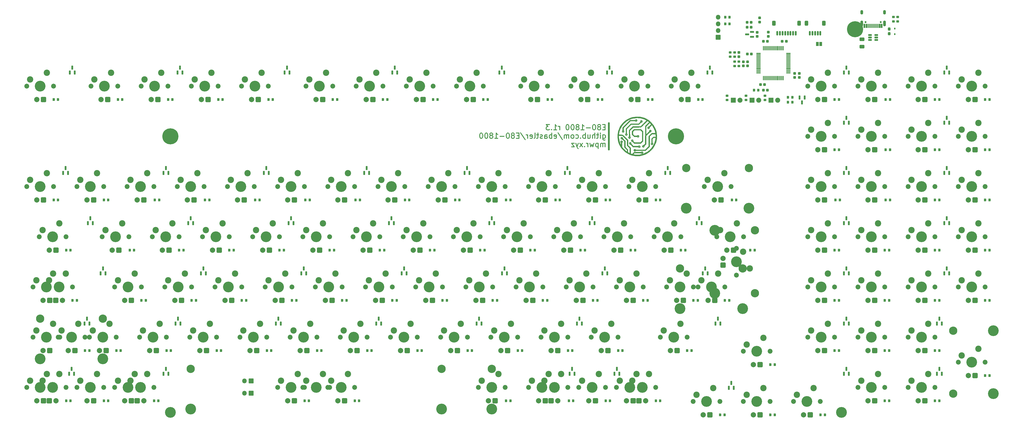
<source format=gbr>
%TF.GenerationSoftware,KiCad,Pcbnew,8.0.5*%
%TF.CreationDate,2024-09-24T18:12:57+02:00*%
%TF.ProjectId,E80-1800-pcb-universal,4538302d-3138-4303-902d-7063622d756e,rev?*%
%TF.SameCoordinates,Original*%
%TF.FileFunction,Soldermask,Bot*%
%TF.FilePolarity,Negative*%
%FSLAX46Y46*%
G04 Gerber Fmt 4.6, Leading zero omitted, Abs format (unit mm)*
G04 Created by KiCad (PCBNEW 8.0.5) date 2024-09-24 18:12:57*
%MOMM*%
%LPD*%
G01*
G04 APERTURE LIST*
G04 Aperture macros list*
%AMRoundRect*
0 Rectangle with rounded corners*
0 $1 Rounding radius*
0 $2 $3 $4 $5 $6 $7 $8 $9 X,Y pos of 4 corners*
0 Add a 4 corners polygon primitive as box body*
4,1,4,$2,$3,$4,$5,$6,$7,$8,$9,$2,$3,0*
0 Add four circle primitives for the rounded corners*
1,1,$1+$1,$2,$3*
1,1,$1+$1,$4,$5*
1,1,$1+$1,$6,$7*
1,1,$1+$1,$8,$9*
0 Add four rect primitives between the rounded corners*
20,1,$1+$1,$2,$3,$4,$5,0*
20,1,$1+$1,$4,$5,$6,$7,0*
20,1,$1+$1,$6,$7,$8,$9,0*
20,1,$1+$1,$8,$9,$2,$3,0*%
G04 Aperture macros list end*
%ADD10C,0.700000*%
%ADD11C,0.300000*%
%ADD12C,0.100000*%
%ADD13C,1.850000*%
%ADD14C,4.087800*%
%ADD15C,2.400000*%
%ADD16C,6.100000*%
%ADD17RoundRect,0.050000X-0.900000X-0.900000X0.900000X-0.900000X0.900000X0.900000X-0.900000X0.900000X0*%
%ADD18C,1.900000*%
%ADD19C,4.100000*%
%ADD20RoundRect,0.050000X0.850000X0.850000X-0.850000X0.850000X-0.850000X-0.850000X0.850000X-0.850000X0*%
%ADD21O,1.800000X1.800000*%
%ADD22RoundRect,0.300750X-0.701750X-0.701750X0.701750X-0.701750X0.701750X0.701750X-0.701750X0.701750X0*%
%ADD23C,2.005000*%
%ADD24C,3.148000*%
%ADD25RoundRect,0.300750X-0.701750X0.701750X-0.701750X-0.701750X0.701750X-0.701750X0.701750X0.701750X0*%
%ADD26RoundRect,0.050000X-0.850000X0.850000X-0.850000X-0.850000X0.850000X-0.850000X0.850000X0.850000X0*%
%ADD27RoundRect,0.250000X0.250000X0.275000X-0.250000X0.275000X-0.250000X-0.275000X0.250000X-0.275000X0*%
%ADD28RoundRect,0.225000X-0.225000X-0.300000X0.225000X-0.300000X0.225000X0.300000X-0.225000X0.300000X0*%
%ADD29RoundRect,0.225000X0.300000X-0.225000X0.300000X0.225000X-0.300000X0.225000X-0.300000X-0.225000X0*%
%ADD30RoundRect,0.100000X-0.725000X-0.100000X0.725000X-0.100000X0.725000X0.100000X-0.725000X0.100000X0*%
%ADD31RoundRect,0.100000X-0.100000X-0.725000X0.100000X-0.725000X0.100000X0.725000X-0.100000X0.725000X0*%
%ADD32RoundRect,0.175000X0.175000X-0.612500X0.175000X0.612500X-0.175000X0.612500X-0.175000X-0.612500X0*%
%ADD33RoundRect,0.225000X0.225000X0.300000X-0.225000X0.300000X-0.225000X-0.300000X0.225000X-0.300000X0*%
%ADD34RoundRect,0.175000X0.500000X0.175000X-0.500000X0.175000X-0.500000X-0.175000X0.500000X-0.175000X0*%
%ADD35RoundRect,0.250000X-0.250000X-0.275000X0.250000X-0.275000X0.250000X0.275000X-0.250000X0.275000X0*%
%ADD36C,0.750000*%
%ADD37RoundRect,0.050000X-0.300000X-0.725000X0.300000X-0.725000X0.300000X0.725000X-0.300000X0.725000X0*%
%ADD38RoundRect,0.050000X-0.150000X-0.725000X0.150000X-0.725000X0.150000X0.725000X-0.150000X0.725000X0*%
%ADD39O,1.100000X1.700000*%
%ADD40O,1.100000X2.200000*%
%ADD41RoundRect,0.262500X0.262500X-0.312500X0.262500X0.312500X-0.262500X0.312500X-0.262500X-0.312500X0*%
%ADD42RoundRect,0.250000X0.275000X-0.250000X0.275000X0.250000X-0.275000X0.250000X-0.275000X-0.250000X0*%
%ADD43RoundRect,0.175000X0.612500X0.175000X-0.612500X0.175000X-0.612500X-0.175000X0.612500X-0.175000X0*%
%ADD44RoundRect,0.225000X-0.300000X0.225000X-0.300000X-0.225000X0.300000X-0.225000X0.300000X0.225000X0*%
%ADD45RoundRect,0.175000X-0.175000X0.612500X-0.175000X-0.612500X0.175000X-0.612500X0.175000X0.612500X0*%
%ADD46RoundRect,0.250000X-0.275000X0.250000X-0.275000X-0.250000X0.275000X-0.250000X0.275000X0.250000X0*%
%ADD47RoundRect,0.270000X0.655000X-0.405000X0.655000X0.405000X-0.655000X0.405000X-0.655000X-0.405000X0*%
%ADD48RoundRect,0.050000X0.500000X0.750000X-0.500000X0.750000X-0.500000X-0.750000X0.500000X-0.750000X0*%
%ADD49RoundRect,0.175000X-0.175000X-0.650000X0.175000X-0.650000X0.175000X0.650000X-0.175000X0.650000X0*%
%ADD50RoundRect,0.270833X-0.379167X-0.679167X0.379167X-0.679167X0.379167X0.679167X-0.379167X0.679167X0*%
%ADD51RoundRect,0.137500X-0.137500X0.212500X-0.137500X-0.212500X0.137500X-0.212500X0.137500X0.212500X0*%
G04 APERTURE END LIST*
D10*
X215910992Y-14065917D02*
X215910992Y-24065917D01*
D11*
X214487433Y-15573048D02*
X213820766Y-15573048D01*
X213535052Y-16620667D02*
X214487433Y-16620667D01*
X214487433Y-16620667D02*
X214487433Y-14620667D01*
X214487433Y-14620667D02*
X213535052Y-14620667D01*
X212392195Y-15477809D02*
X212582671Y-15382571D01*
X212582671Y-15382571D02*
X212677909Y-15287333D01*
X212677909Y-15287333D02*
X212773147Y-15096857D01*
X212773147Y-15096857D02*
X212773147Y-15001619D01*
X212773147Y-15001619D02*
X212677909Y-14811143D01*
X212677909Y-14811143D02*
X212582671Y-14715905D01*
X212582671Y-14715905D02*
X212392195Y-14620667D01*
X212392195Y-14620667D02*
X212011242Y-14620667D01*
X212011242Y-14620667D02*
X211820766Y-14715905D01*
X211820766Y-14715905D02*
X211725528Y-14811143D01*
X211725528Y-14811143D02*
X211630290Y-15001619D01*
X211630290Y-15001619D02*
X211630290Y-15096857D01*
X211630290Y-15096857D02*
X211725528Y-15287333D01*
X211725528Y-15287333D02*
X211820766Y-15382571D01*
X211820766Y-15382571D02*
X212011242Y-15477809D01*
X212011242Y-15477809D02*
X212392195Y-15477809D01*
X212392195Y-15477809D02*
X212582671Y-15573048D01*
X212582671Y-15573048D02*
X212677909Y-15668286D01*
X212677909Y-15668286D02*
X212773147Y-15858762D01*
X212773147Y-15858762D02*
X212773147Y-16239714D01*
X212773147Y-16239714D02*
X212677909Y-16430190D01*
X212677909Y-16430190D02*
X212582671Y-16525429D01*
X212582671Y-16525429D02*
X212392195Y-16620667D01*
X212392195Y-16620667D02*
X212011242Y-16620667D01*
X212011242Y-16620667D02*
X211820766Y-16525429D01*
X211820766Y-16525429D02*
X211725528Y-16430190D01*
X211725528Y-16430190D02*
X211630290Y-16239714D01*
X211630290Y-16239714D02*
X211630290Y-15858762D01*
X211630290Y-15858762D02*
X211725528Y-15668286D01*
X211725528Y-15668286D02*
X211820766Y-15573048D01*
X211820766Y-15573048D02*
X212011242Y-15477809D01*
X210392195Y-14620667D02*
X210201718Y-14620667D01*
X210201718Y-14620667D02*
X210011242Y-14715905D01*
X210011242Y-14715905D02*
X209916004Y-14811143D01*
X209916004Y-14811143D02*
X209820766Y-15001619D01*
X209820766Y-15001619D02*
X209725528Y-15382571D01*
X209725528Y-15382571D02*
X209725528Y-15858762D01*
X209725528Y-15858762D02*
X209820766Y-16239714D01*
X209820766Y-16239714D02*
X209916004Y-16430190D01*
X209916004Y-16430190D02*
X210011242Y-16525429D01*
X210011242Y-16525429D02*
X210201718Y-16620667D01*
X210201718Y-16620667D02*
X210392195Y-16620667D01*
X210392195Y-16620667D02*
X210582671Y-16525429D01*
X210582671Y-16525429D02*
X210677909Y-16430190D01*
X210677909Y-16430190D02*
X210773147Y-16239714D01*
X210773147Y-16239714D02*
X210868385Y-15858762D01*
X210868385Y-15858762D02*
X210868385Y-15382571D01*
X210868385Y-15382571D02*
X210773147Y-15001619D01*
X210773147Y-15001619D02*
X210677909Y-14811143D01*
X210677909Y-14811143D02*
X210582671Y-14715905D01*
X210582671Y-14715905D02*
X210392195Y-14620667D01*
X208868385Y-15858762D02*
X207344576Y-15858762D01*
X205344576Y-16620667D02*
X206487433Y-16620667D01*
X205916005Y-16620667D02*
X205916005Y-14620667D01*
X205916005Y-14620667D02*
X206106481Y-14906381D01*
X206106481Y-14906381D02*
X206296957Y-15096857D01*
X206296957Y-15096857D02*
X206487433Y-15192095D01*
X204201719Y-15477809D02*
X204392195Y-15382571D01*
X204392195Y-15382571D02*
X204487433Y-15287333D01*
X204487433Y-15287333D02*
X204582671Y-15096857D01*
X204582671Y-15096857D02*
X204582671Y-15001619D01*
X204582671Y-15001619D02*
X204487433Y-14811143D01*
X204487433Y-14811143D02*
X204392195Y-14715905D01*
X204392195Y-14715905D02*
X204201719Y-14620667D01*
X204201719Y-14620667D02*
X203820766Y-14620667D01*
X203820766Y-14620667D02*
X203630290Y-14715905D01*
X203630290Y-14715905D02*
X203535052Y-14811143D01*
X203535052Y-14811143D02*
X203439814Y-15001619D01*
X203439814Y-15001619D02*
X203439814Y-15096857D01*
X203439814Y-15096857D02*
X203535052Y-15287333D01*
X203535052Y-15287333D02*
X203630290Y-15382571D01*
X203630290Y-15382571D02*
X203820766Y-15477809D01*
X203820766Y-15477809D02*
X204201719Y-15477809D01*
X204201719Y-15477809D02*
X204392195Y-15573048D01*
X204392195Y-15573048D02*
X204487433Y-15668286D01*
X204487433Y-15668286D02*
X204582671Y-15858762D01*
X204582671Y-15858762D02*
X204582671Y-16239714D01*
X204582671Y-16239714D02*
X204487433Y-16430190D01*
X204487433Y-16430190D02*
X204392195Y-16525429D01*
X204392195Y-16525429D02*
X204201719Y-16620667D01*
X204201719Y-16620667D02*
X203820766Y-16620667D01*
X203820766Y-16620667D02*
X203630290Y-16525429D01*
X203630290Y-16525429D02*
X203535052Y-16430190D01*
X203535052Y-16430190D02*
X203439814Y-16239714D01*
X203439814Y-16239714D02*
X203439814Y-15858762D01*
X203439814Y-15858762D02*
X203535052Y-15668286D01*
X203535052Y-15668286D02*
X203630290Y-15573048D01*
X203630290Y-15573048D02*
X203820766Y-15477809D01*
X202201719Y-14620667D02*
X202011242Y-14620667D01*
X202011242Y-14620667D02*
X201820766Y-14715905D01*
X201820766Y-14715905D02*
X201725528Y-14811143D01*
X201725528Y-14811143D02*
X201630290Y-15001619D01*
X201630290Y-15001619D02*
X201535052Y-15382571D01*
X201535052Y-15382571D02*
X201535052Y-15858762D01*
X201535052Y-15858762D02*
X201630290Y-16239714D01*
X201630290Y-16239714D02*
X201725528Y-16430190D01*
X201725528Y-16430190D02*
X201820766Y-16525429D01*
X201820766Y-16525429D02*
X202011242Y-16620667D01*
X202011242Y-16620667D02*
X202201719Y-16620667D01*
X202201719Y-16620667D02*
X202392195Y-16525429D01*
X202392195Y-16525429D02*
X202487433Y-16430190D01*
X202487433Y-16430190D02*
X202582671Y-16239714D01*
X202582671Y-16239714D02*
X202677909Y-15858762D01*
X202677909Y-15858762D02*
X202677909Y-15382571D01*
X202677909Y-15382571D02*
X202582671Y-15001619D01*
X202582671Y-15001619D02*
X202487433Y-14811143D01*
X202487433Y-14811143D02*
X202392195Y-14715905D01*
X202392195Y-14715905D02*
X202201719Y-14620667D01*
X200296957Y-14620667D02*
X200106480Y-14620667D01*
X200106480Y-14620667D02*
X199916004Y-14715905D01*
X199916004Y-14715905D02*
X199820766Y-14811143D01*
X199820766Y-14811143D02*
X199725528Y-15001619D01*
X199725528Y-15001619D02*
X199630290Y-15382571D01*
X199630290Y-15382571D02*
X199630290Y-15858762D01*
X199630290Y-15858762D02*
X199725528Y-16239714D01*
X199725528Y-16239714D02*
X199820766Y-16430190D01*
X199820766Y-16430190D02*
X199916004Y-16525429D01*
X199916004Y-16525429D02*
X200106480Y-16620667D01*
X200106480Y-16620667D02*
X200296957Y-16620667D01*
X200296957Y-16620667D02*
X200487433Y-16525429D01*
X200487433Y-16525429D02*
X200582671Y-16430190D01*
X200582671Y-16430190D02*
X200677909Y-16239714D01*
X200677909Y-16239714D02*
X200773147Y-15858762D01*
X200773147Y-15858762D02*
X200773147Y-15382571D01*
X200773147Y-15382571D02*
X200677909Y-15001619D01*
X200677909Y-15001619D02*
X200582671Y-14811143D01*
X200582671Y-14811143D02*
X200487433Y-14715905D01*
X200487433Y-14715905D02*
X200296957Y-14620667D01*
X197249337Y-16620667D02*
X197249337Y-15287333D01*
X197249337Y-15668286D02*
X197154099Y-15477809D01*
X197154099Y-15477809D02*
X197058861Y-15382571D01*
X197058861Y-15382571D02*
X196868385Y-15287333D01*
X196868385Y-15287333D02*
X196677908Y-15287333D01*
X194963623Y-16620667D02*
X196106480Y-16620667D01*
X195535052Y-16620667D02*
X195535052Y-14620667D01*
X195535052Y-14620667D02*
X195725528Y-14906381D01*
X195725528Y-14906381D02*
X195916004Y-15096857D01*
X195916004Y-15096857D02*
X196106480Y-15192095D01*
X194106480Y-16430190D02*
X194011242Y-16525429D01*
X194011242Y-16525429D02*
X194106480Y-16620667D01*
X194106480Y-16620667D02*
X194201718Y-16525429D01*
X194201718Y-16525429D02*
X194106480Y-16430190D01*
X194106480Y-16430190D02*
X194106480Y-16620667D01*
X193344575Y-14620667D02*
X192106480Y-14620667D01*
X192106480Y-14620667D02*
X192773147Y-15382571D01*
X192773147Y-15382571D02*
X192487432Y-15382571D01*
X192487432Y-15382571D02*
X192296956Y-15477809D01*
X192296956Y-15477809D02*
X192201718Y-15573048D01*
X192201718Y-15573048D02*
X192106480Y-15763524D01*
X192106480Y-15763524D02*
X192106480Y-16239714D01*
X192106480Y-16239714D02*
X192201718Y-16430190D01*
X192201718Y-16430190D02*
X192296956Y-16525429D01*
X192296956Y-16525429D02*
X192487432Y-16620667D01*
X192487432Y-16620667D02*
X193058861Y-16620667D01*
X193058861Y-16620667D02*
X193249337Y-16525429D01*
X193249337Y-16525429D02*
X193344575Y-16430190D01*
X213630290Y-18507221D02*
X213630290Y-20126269D01*
X213630290Y-20126269D02*
X213725528Y-20316745D01*
X213725528Y-20316745D02*
X213820766Y-20411983D01*
X213820766Y-20411983D02*
X214011243Y-20507221D01*
X214011243Y-20507221D02*
X214296957Y-20507221D01*
X214296957Y-20507221D02*
X214487433Y-20411983D01*
X213630290Y-19745317D02*
X213820766Y-19840555D01*
X213820766Y-19840555D02*
X214201719Y-19840555D01*
X214201719Y-19840555D02*
X214392195Y-19745317D01*
X214392195Y-19745317D02*
X214487433Y-19650078D01*
X214487433Y-19650078D02*
X214582671Y-19459602D01*
X214582671Y-19459602D02*
X214582671Y-18888174D01*
X214582671Y-18888174D02*
X214487433Y-18697697D01*
X214487433Y-18697697D02*
X214392195Y-18602459D01*
X214392195Y-18602459D02*
X214201719Y-18507221D01*
X214201719Y-18507221D02*
X213820766Y-18507221D01*
X213820766Y-18507221D02*
X213630290Y-18602459D01*
X212677909Y-19840555D02*
X212677909Y-18507221D01*
X212677909Y-17840555D02*
X212773147Y-17935793D01*
X212773147Y-17935793D02*
X212677909Y-18031031D01*
X212677909Y-18031031D02*
X212582671Y-17935793D01*
X212582671Y-17935793D02*
X212677909Y-17840555D01*
X212677909Y-17840555D02*
X212677909Y-18031031D01*
X212011242Y-18507221D02*
X211249338Y-18507221D01*
X211725528Y-17840555D02*
X211725528Y-19554840D01*
X211725528Y-19554840D02*
X211630290Y-19745317D01*
X211630290Y-19745317D02*
X211439814Y-19840555D01*
X211439814Y-19840555D02*
X211249338Y-19840555D01*
X210582671Y-19840555D02*
X210582671Y-17840555D01*
X209725528Y-19840555D02*
X209725528Y-18792936D01*
X209725528Y-18792936D02*
X209820766Y-18602459D01*
X209820766Y-18602459D02*
X210011242Y-18507221D01*
X210011242Y-18507221D02*
X210296957Y-18507221D01*
X210296957Y-18507221D02*
X210487433Y-18602459D01*
X210487433Y-18602459D02*
X210582671Y-18697697D01*
X207916004Y-18507221D02*
X207916004Y-19840555D01*
X208773147Y-18507221D02*
X208773147Y-19554840D01*
X208773147Y-19554840D02*
X208677909Y-19745317D01*
X208677909Y-19745317D02*
X208487433Y-19840555D01*
X208487433Y-19840555D02*
X208201718Y-19840555D01*
X208201718Y-19840555D02*
X208011242Y-19745317D01*
X208011242Y-19745317D02*
X207916004Y-19650078D01*
X206963623Y-19840555D02*
X206963623Y-17840555D01*
X206963623Y-18602459D02*
X206773147Y-18507221D01*
X206773147Y-18507221D02*
X206392194Y-18507221D01*
X206392194Y-18507221D02*
X206201718Y-18602459D01*
X206201718Y-18602459D02*
X206106480Y-18697697D01*
X206106480Y-18697697D02*
X206011242Y-18888174D01*
X206011242Y-18888174D02*
X206011242Y-19459602D01*
X206011242Y-19459602D02*
X206106480Y-19650078D01*
X206106480Y-19650078D02*
X206201718Y-19745317D01*
X206201718Y-19745317D02*
X206392194Y-19840555D01*
X206392194Y-19840555D02*
X206773147Y-19840555D01*
X206773147Y-19840555D02*
X206963623Y-19745317D01*
X205154099Y-19650078D02*
X205058861Y-19745317D01*
X205058861Y-19745317D02*
X205154099Y-19840555D01*
X205154099Y-19840555D02*
X205249337Y-19745317D01*
X205249337Y-19745317D02*
X205154099Y-19650078D01*
X205154099Y-19650078D02*
X205154099Y-19840555D01*
X203344575Y-19745317D02*
X203535051Y-19840555D01*
X203535051Y-19840555D02*
X203916004Y-19840555D01*
X203916004Y-19840555D02*
X204106480Y-19745317D01*
X204106480Y-19745317D02*
X204201718Y-19650078D01*
X204201718Y-19650078D02*
X204296956Y-19459602D01*
X204296956Y-19459602D02*
X204296956Y-18888174D01*
X204296956Y-18888174D02*
X204201718Y-18697697D01*
X204201718Y-18697697D02*
X204106480Y-18602459D01*
X204106480Y-18602459D02*
X203916004Y-18507221D01*
X203916004Y-18507221D02*
X203535051Y-18507221D01*
X203535051Y-18507221D02*
X203344575Y-18602459D01*
X202201718Y-19840555D02*
X202392194Y-19745317D01*
X202392194Y-19745317D02*
X202487432Y-19650078D01*
X202487432Y-19650078D02*
X202582670Y-19459602D01*
X202582670Y-19459602D02*
X202582670Y-18888174D01*
X202582670Y-18888174D02*
X202487432Y-18697697D01*
X202487432Y-18697697D02*
X202392194Y-18602459D01*
X202392194Y-18602459D02*
X202201718Y-18507221D01*
X202201718Y-18507221D02*
X201916003Y-18507221D01*
X201916003Y-18507221D02*
X201725527Y-18602459D01*
X201725527Y-18602459D02*
X201630289Y-18697697D01*
X201630289Y-18697697D02*
X201535051Y-18888174D01*
X201535051Y-18888174D02*
X201535051Y-19459602D01*
X201535051Y-19459602D02*
X201630289Y-19650078D01*
X201630289Y-19650078D02*
X201725527Y-19745317D01*
X201725527Y-19745317D02*
X201916003Y-19840555D01*
X201916003Y-19840555D02*
X202201718Y-19840555D01*
X200677908Y-19840555D02*
X200677908Y-18507221D01*
X200677908Y-18697697D02*
X200582670Y-18602459D01*
X200582670Y-18602459D02*
X200392194Y-18507221D01*
X200392194Y-18507221D02*
X200106479Y-18507221D01*
X200106479Y-18507221D02*
X199916003Y-18602459D01*
X199916003Y-18602459D02*
X199820765Y-18792936D01*
X199820765Y-18792936D02*
X199820765Y-19840555D01*
X199820765Y-18792936D02*
X199725527Y-18602459D01*
X199725527Y-18602459D02*
X199535051Y-18507221D01*
X199535051Y-18507221D02*
X199249337Y-18507221D01*
X199249337Y-18507221D02*
X199058860Y-18602459D01*
X199058860Y-18602459D02*
X198963622Y-18792936D01*
X198963622Y-18792936D02*
X198963622Y-19840555D01*
X196582670Y-17745317D02*
X198296955Y-20316745D01*
X195154098Y-19745317D02*
X195344574Y-19840555D01*
X195344574Y-19840555D02*
X195725527Y-19840555D01*
X195725527Y-19840555D02*
X195916003Y-19745317D01*
X195916003Y-19745317D02*
X196011241Y-19554840D01*
X196011241Y-19554840D02*
X196011241Y-18792936D01*
X196011241Y-18792936D02*
X195916003Y-18602459D01*
X195916003Y-18602459D02*
X195725527Y-18507221D01*
X195725527Y-18507221D02*
X195344574Y-18507221D01*
X195344574Y-18507221D02*
X195154098Y-18602459D01*
X195154098Y-18602459D02*
X195058860Y-18792936D01*
X195058860Y-18792936D02*
X195058860Y-18983412D01*
X195058860Y-18983412D02*
X196011241Y-19173888D01*
X194201717Y-19840555D02*
X194201717Y-17840555D01*
X194201717Y-18602459D02*
X194011241Y-18507221D01*
X194011241Y-18507221D02*
X193630288Y-18507221D01*
X193630288Y-18507221D02*
X193439812Y-18602459D01*
X193439812Y-18602459D02*
X193344574Y-18697697D01*
X193344574Y-18697697D02*
X193249336Y-18888174D01*
X193249336Y-18888174D02*
X193249336Y-19459602D01*
X193249336Y-19459602D02*
X193344574Y-19650078D01*
X193344574Y-19650078D02*
X193439812Y-19745317D01*
X193439812Y-19745317D02*
X193630288Y-19840555D01*
X193630288Y-19840555D02*
X194011241Y-19840555D01*
X194011241Y-19840555D02*
X194201717Y-19745317D01*
X191535050Y-19840555D02*
X191535050Y-18792936D01*
X191535050Y-18792936D02*
X191630288Y-18602459D01*
X191630288Y-18602459D02*
X191820764Y-18507221D01*
X191820764Y-18507221D02*
X192201717Y-18507221D01*
X192201717Y-18507221D02*
X192392193Y-18602459D01*
X191535050Y-19745317D02*
X191725526Y-19840555D01*
X191725526Y-19840555D02*
X192201717Y-19840555D01*
X192201717Y-19840555D02*
X192392193Y-19745317D01*
X192392193Y-19745317D02*
X192487431Y-19554840D01*
X192487431Y-19554840D02*
X192487431Y-19364364D01*
X192487431Y-19364364D02*
X192392193Y-19173888D01*
X192392193Y-19173888D02*
X192201717Y-19078650D01*
X192201717Y-19078650D02*
X191725526Y-19078650D01*
X191725526Y-19078650D02*
X191535050Y-18983412D01*
X190677907Y-19745317D02*
X190487431Y-19840555D01*
X190487431Y-19840555D02*
X190106479Y-19840555D01*
X190106479Y-19840555D02*
X189916002Y-19745317D01*
X189916002Y-19745317D02*
X189820764Y-19554840D01*
X189820764Y-19554840D02*
X189820764Y-19459602D01*
X189820764Y-19459602D02*
X189916002Y-19269126D01*
X189916002Y-19269126D02*
X190106479Y-19173888D01*
X190106479Y-19173888D02*
X190392193Y-19173888D01*
X190392193Y-19173888D02*
X190582669Y-19078650D01*
X190582669Y-19078650D02*
X190677907Y-18888174D01*
X190677907Y-18888174D02*
X190677907Y-18792936D01*
X190677907Y-18792936D02*
X190582669Y-18602459D01*
X190582669Y-18602459D02*
X190392193Y-18507221D01*
X190392193Y-18507221D02*
X190106479Y-18507221D01*
X190106479Y-18507221D02*
X189916002Y-18602459D01*
X189249335Y-18507221D02*
X188487431Y-18507221D01*
X188963621Y-17840555D02*
X188963621Y-19554840D01*
X188963621Y-19554840D02*
X188868383Y-19745317D01*
X188868383Y-19745317D02*
X188677907Y-19840555D01*
X188677907Y-19840555D02*
X188487431Y-19840555D01*
X187535050Y-19840555D02*
X187725526Y-19745317D01*
X187725526Y-19745317D02*
X187820764Y-19554840D01*
X187820764Y-19554840D02*
X187820764Y-17840555D01*
X186011240Y-19745317D02*
X186201716Y-19840555D01*
X186201716Y-19840555D02*
X186582669Y-19840555D01*
X186582669Y-19840555D02*
X186773145Y-19745317D01*
X186773145Y-19745317D02*
X186868383Y-19554840D01*
X186868383Y-19554840D02*
X186868383Y-18792936D01*
X186868383Y-18792936D02*
X186773145Y-18602459D01*
X186773145Y-18602459D02*
X186582669Y-18507221D01*
X186582669Y-18507221D02*
X186201716Y-18507221D01*
X186201716Y-18507221D02*
X186011240Y-18602459D01*
X186011240Y-18602459D02*
X185916002Y-18792936D01*
X185916002Y-18792936D02*
X185916002Y-18983412D01*
X185916002Y-18983412D02*
X186868383Y-19173888D01*
X185058859Y-19840555D02*
X185058859Y-18507221D01*
X185058859Y-18888174D02*
X184963621Y-18697697D01*
X184963621Y-18697697D02*
X184868383Y-18602459D01*
X184868383Y-18602459D02*
X184677907Y-18507221D01*
X184677907Y-18507221D02*
X184487430Y-18507221D01*
X182392193Y-17745317D02*
X184106478Y-20316745D01*
X181725526Y-18792936D02*
X181058859Y-18792936D01*
X180773145Y-19840555D02*
X181725526Y-19840555D01*
X181725526Y-19840555D02*
X181725526Y-17840555D01*
X181725526Y-17840555D02*
X180773145Y-17840555D01*
X179630288Y-18697697D02*
X179820764Y-18602459D01*
X179820764Y-18602459D02*
X179916002Y-18507221D01*
X179916002Y-18507221D02*
X180011240Y-18316745D01*
X180011240Y-18316745D02*
X180011240Y-18221507D01*
X180011240Y-18221507D02*
X179916002Y-18031031D01*
X179916002Y-18031031D02*
X179820764Y-17935793D01*
X179820764Y-17935793D02*
X179630288Y-17840555D01*
X179630288Y-17840555D02*
X179249335Y-17840555D01*
X179249335Y-17840555D02*
X179058859Y-17935793D01*
X179058859Y-17935793D02*
X178963621Y-18031031D01*
X178963621Y-18031031D02*
X178868383Y-18221507D01*
X178868383Y-18221507D02*
X178868383Y-18316745D01*
X178868383Y-18316745D02*
X178963621Y-18507221D01*
X178963621Y-18507221D02*
X179058859Y-18602459D01*
X179058859Y-18602459D02*
X179249335Y-18697697D01*
X179249335Y-18697697D02*
X179630288Y-18697697D01*
X179630288Y-18697697D02*
X179820764Y-18792936D01*
X179820764Y-18792936D02*
X179916002Y-18888174D01*
X179916002Y-18888174D02*
X180011240Y-19078650D01*
X180011240Y-19078650D02*
X180011240Y-19459602D01*
X180011240Y-19459602D02*
X179916002Y-19650078D01*
X179916002Y-19650078D02*
X179820764Y-19745317D01*
X179820764Y-19745317D02*
X179630288Y-19840555D01*
X179630288Y-19840555D02*
X179249335Y-19840555D01*
X179249335Y-19840555D02*
X179058859Y-19745317D01*
X179058859Y-19745317D02*
X178963621Y-19650078D01*
X178963621Y-19650078D02*
X178868383Y-19459602D01*
X178868383Y-19459602D02*
X178868383Y-19078650D01*
X178868383Y-19078650D02*
X178963621Y-18888174D01*
X178963621Y-18888174D02*
X179058859Y-18792936D01*
X179058859Y-18792936D02*
X179249335Y-18697697D01*
X177630288Y-17840555D02*
X177439811Y-17840555D01*
X177439811Y-17840555D02*
X177249335Y-17935793D01*
X177249335Y-17935793D02*
X177154097Y-18031031D01*
X177154097Y-18031031D02*
X177058859Y-18221507D01*
X177058859Y-18221507D02*
X176963621Y-18602459D01*
X176963621Y-18602459D02*
X176963621Y-19078650D01*
X176963621Y-19078650D02*
X177058859Y-19459602D01*
X177058859Y-19459602D02*
X177154097Y-19650078D01*
X177154097Y-19650078D02*
X177249335Y-19745317D01*
X177249335Y-19745317D02*
X177439811Y-19840555D01*
X177439811Y-19840555D02*
X177630288Y-19840555D01*
X177630288Y-19840555D02*
X177820764Y-19745317D01*
X177820764Y-19745317D02*
X177916002Y-19650078D01*
X177916002Y-19650078D02*
X178011240Y-19459602D01*
X178011240Y-19459602D02*
X178106478Y-19078650D01*
X178106478Y-19078650D02*
X178106478Y-18602459D01*
X178106478Y-18602459D02*
X178011240Y-18221507D01*
X178011240Y-18221507D02*
X177916002Y-18031031D01*
X177916002Y-18031031D02*
X177820764Y-17935793D01*
X177820764Y-17935793D02*
X177630288Y-17840555D01*
X176106478Y-19078650D02*
X174582669Y-19078650D01*
X172582669Y-19840555D02*
X173725526Y-19840555D01*
X173154098Y-19840555D02*
X173154098Y-17840555D01*
X173154098Y-17840555D02*
X173344574Y-18126269D01*
X173344574Y-18126269D02*
X173535050Y-18316745D01*
X173535050Y-18316745D02*
X173725526Y-18411983D01*
X171439812Y-18697697D02*
X171630288Y-18602459D01*
X171630288Y-18602459D02*
X171725526Y-18507221D01*
X171725526Y-18507221D02*
X171820764Y-18316745D01*
X171820764Y-18316745D02*
X171820764Y-18221507D01*
X171820764Y-18221507D02*
X171725526Y-18031031D01*
X171725526Y-18031031D02*
X171630288Y-17935793D01*
X171630288Y-17935793D02*
X171439812Y-17840555D01*
X171439812Y-17840555D02*
X171058859Y-17840555D01*
X171058859Y-17840555D02*
X170868383Y-17935793D01*
X170868383Y-17935793D02*
X170773145Y-18031031D01*
X170773145Y-18031031D02*
X170677907Y-18221507D01*
X170677907Y-18221507D02*
X170677907Y-18316745D01*
X170677907Y-18316745D02*
X170773145Y-18507221D01*
X170773145Y-18507221D02*
X170868383Y-18602459D01*
X170868383Y-18602459D02*
X171058859Y-18697697D01*
X171058859Y-18697697D02*
X171439812Y-18697697D01*
X171439812Y-18697697D02*
X171630288Y-18792936D01*
X171630288Y-18792936D02*
X171725526Y-18888174D01*
X171725526Y-18888174D02*
X171820764Y-19078650D01*
X171820764Y-19078650D02*
X171820764Y-19459602D01*
X171820764Y-19459602D02*
X171725526Y-19650078D01*
X171725526Y-19650078D02*
X171630288Y-19745317D01*
X171630288Y-19745317D02*
X171439812Y-19840555D01*
X171439812Y-19840555D02*
X171058859Y-19840555D01*
X171058859Y-19840555D02*
X170868383Y-19745317D01*
X170868383Y-19745317D02*
X170773145Y-19650078D01*
X170773145Y-19650078D02*
X170677907Y-19459602D01*
X170677907Y-19459602D02*
X170677907Y-19078650D01*
X170677907Y-19078650D02*
X170773145Y-18888174D01*
X170773145Y-18888174D02*
X170868383Y-18792936D01*
X170868383Y-18792936D02*
X171058859Y-18697697D01*
X169439812Y-17840555D02*
X169249335Y-17840555D01*
X169249335Y-17840555D02*
X169058859Y-17935793D01*
X169058859Y-17935793D02*
X168963621Y-18031031D01*
X168963621Y-18031031D02*
X168868383Y-18221507D01*
X168868383Y-18221507D02*
X168773145Y-18602459D01*
X168773145Y-18602459D02*
X168773145Y-19078650D01*
X168773145Y-19078650D02*
X168868383Y-19459602D01*
X168868383Y-19459602D02*
X168963621Y-19650078D01*
X168963621Y-19650078D02*
X169058859Y-19745317D01*
X169058859Y-19745317D02*
X169249335Y-19840555D01*
X169249335Y-19840555D02*
X169439812Y-19840555D01*
X169439812Y-19840555D02*
X169630288Y-19745317D01*
X169630288Y-19745317D02*
X169725526Y-19650078D01*
X169725526Y-19650078D02*
X169820764Y-19459602D01*
X169820764Y-19459602D02*
X169916002Y-19078650D01*
X169916002Y-19078650D02*
X169916002Y-18602459D01*
X169916002Y-18602459D02*
X169820764Y-18221507D01*
X169820764Y-18221507D02*
X169725526Y-18031031D01*
X169725526Y-18031031D02*
X169630288Y-17935793D01*
X169630288Y-17935793D02*
X169439812Y-17840555D01*
X167535050Y-17840555D02*
X167344573Y-17840555D01*
X167344573Y-17840555D02*
X167154097Y-17935793D01*
X167154097Y-17935793D02*
X167058859Y-18031031D01*
X167058859Y-18031031D02*
X166963621Y-18221507D01*
X166963621Y-18221507D02*
X166868383Y-18602459D01*
X166868383Y-18602459D02*
X166868383Y-19078650D01*
X166868383Y-19078650D02*
X166963621Y-19459602D01*
X166963621Y-19459602D02*
X167058859Y-19650078D01*
X167058859Y-19650078D02*
X167154097Y-19745317D01*
X167154097Y-19745317D02*
X167344573Y-19840555D01*
X167344573Y-19840555D02*
X167535050Y-19840555D01*
X167535050Y-19840555D02*
X167725526Y-19745317D01*
X167725526Y-19745317D02*
X167820764Y-19650078D01*
X167820764Y-19650078D02*
X167916002Y-19459602D01*
X167916002Y-19459602D02*
X168011240Y-19078650D01*
X168011240Y-19078650D02*
X168011240Y-18602459D01*
X168011240Y-18602459D02*
X167916002Y-18221507D01*
X167916002Y-18221507D02*
X167820764Y-18031031D01*
X167820764Y-18031031D02*
X167725526Y-17935793D01*
X167725526Y-17935793D02*
X167535050Y-17840555D01*
X214487433Y-23060443D02*
X214487433Y-21727109D01*
X214487433Y-21917585D02*
X214392195Y-21822347D01*
X214392195Y-21822347D02*
X214201719Y-21727109D01*
X214201719Y-21727109D02*
X213916004Y-21727109D01*
X213916004Y-21727109D02*
X213725528Y-21822347D01*
X213725528Y-21822347D02*
X213630290Y-22012824D01*
X213630290Y-22012824D02*
X213630290Y-23060443D01*
X213630290Y-22012824D02*
X213535052Y-21822347D01*
X213535052Y-21822347D02*
X213344576Y-21727109D01*
X213344576Y-21727109D02*
X213058862Y-21727109D01*
X213058862Y-21727109D02*
X212868385Y-21822347D01*
X212868385Y-21822347D02*
X212773147Y-22012824D01*
X212773147Y-22012824D02*
X212773147Y-23060443D01*
X211820766Y-21727109D02*
X211820766Y-23727109D01*
X211820766Y-21822347D02*
X211630290Y-21727109D01*
X211630290Y-21727109D02*
X211249337Y-21727109D01*
X211249337Y-21727109D02*
X211058861Y-21822347D01*
X211058861Y-21822347D02*
X210963623Y-21917585D01*
X210963623Y-21917585D02*
X210868385Y-22108062D01*
X210868385Y-22108062D02*
X210868385Y-22679490D01*
X210868385Y-22679490D02*
X210963623Y-22869966D01*
X210963623Y-22869966D02*
X211058861Y-22965205D01*
X211058861Y-22965205D02*
X211249337Y-23060443D01*
X211249337Y-23060443D02*
X211630290Y-23060443D01*
X211630290Y-23060443D02*
X211820766Y-22965205D01*
X210201718Y-21727109D02*
X209820766Y-23060443D01*
X209820766Y-23060443D02*
X209439813Y-22108062D01*
X209439813Y-22108062D02*
X209058861Y-23060443D01*
X209058861Y-23060443D02*
X208677909Y-21727109D01*
X207916004Y-23060443D02*
X207916004Y-21727109D01*
X207916004Y-22108062D02*
X207820766Y-21917585D01*
X207820766Y-21917585D02*
X207725528Y-21822347D01*
X207725528Y-21822347D02*
X207535052Y-21727109D01*
X207535052Y-21727109D02*
X207344575Y-21727109D01*
X206677909Y-22869966D02*
X206582671Y-22965205D01*
X206582671Y-22965205D02*
X206677909Y-23060443D01*
X206677909Y-23060443D02*
X206773147Y-22965205D01*
X206773147Y-22965205D02*
X206677909Y-22869966D01*
X206677909Y-22869966D02*
X206677909Y-23060443D01*
X205916004Y-23060443D02*
X204868385Y-21727109D01*
X205916004Y-21727109D02*
X204868385Y-23060443D01*
X204296956Y-21727109D02*
X203820766Y-23060443D01*
X203344575Y-21727109D02*
X203820766Y-23060443D01*
X203820766Y-23060443D02*
X204011242Y-23536633D01*
X204011242Y-23536633D02*
X204106480Y-23631871D01*
X204106480Y-23631871D02*
X204296956Y-23727109D01*
X202773146Y-21727109D02*
X201725527Y-21727109D01*
X201725527Y-21727109D02*
X202773146Y-23060443D01*
X202773146Y-23060443D02*
X201725527Y-23060443D01*
D12*
%TO.C,G\u002A\u002A\u002A*%
X228622059Y-13445219D02*
X228569173Y-13583559D01*
X228472077Y-13697346D01*
X228337919Y-13774486D01*
X228173845Y-13802887D01*
X228155293Y-13804499D01*
X228105993Y-13822507D01*
X228041325Y-13865378D01*
X227953810Y-13939189D01*
X227835973Y-14050018D01*
X227680334Y-14203940D01*
X227280326Y-14604992D01*
X224372132Y-14604992D01*
X222683886Y-16292264D01*
X222683886Y-17927205D01*
X222785355Y-18031894D01*
X222863486Y-18142661D01*
X222905052Y-18290269D01*
X222901794Y-18328404D01*
X222892277Y-18439843D01*
X222826976Y-18575537D01*
X222710963Y-18681504D01*
X222587509Y-18736127D01*
X222443065Y-18750067D01*
X222312782Y-18714531D01*
X222203574Y-18639075D01*
X222122361Y-18533254D01*
X222076057Y-18406624D01*
X222072997Y-18312350D01*
X222352346Y-18312350D01*
X222360966Y-18388945D01*
X222414321Y-18447237D01*
X222424020Y-18452404D01*
X222483332Y-18477328D01*
X222527104Y-18466110D01*
X222586073Y-18412542D01*
X222620726Y-18374635D01*
X222636090Y-18328404D01*
X222607146Y-18270503D01*
X222563424Y-18221541D01*
X222502827Y-18186640D01*
X222439598Y-18191730D01*
X222381033Y-18239321D01*
X222352346Y-18312350D01*
X222072997Y-18312350D01*
X222071581Y-18268740D01*
X222115850Y-18129157D01*
X222215780Y-17997432D01*
X222316255Y-17901171D01*
X222316255Y-16125210D01*
X223260616Y-15181286D01*
X224204977Y-14237361D01*
X227111035Y-14237361D01*
X227797307Y-13553423D01*
X227797307Y-13374024D01*
X227797575Y-13350331D01*
X228068819Y-13350331D01*
X228084928Y-13426900D01*
X228112872Y-13458953D01*
X228190213Y-13494033D01*
X228272009Y-13487185D01*
X228330972Y-13437258D01*
X228345206Y-13401909D01*
X228342489Y-13317434D01*
X228292699Y-13257451D01*
X228207838Y-13241081D01*
X228190370Y-13243892D01*
X228107760Y-13283592D01*
X228068819Y-13350331D01*
X227797575Y-13350331D01*
X227797835Y-13327266D01*
X227808411Y-13230345D01*
X227841409Y-13159138D01*
X227908303Y-13083628D01*
X228028653Y-12995243D01*
X228176645Y-12949774D01*
X228324856Y-12959703D01*
X228459086Y-13023794D01*
X228565135Y-13140810D01*
X228566614Y-13143252D01*
X228623588Y-13294419D01*
X228622498Y-13401909D01*
X228622059Y-13445219D01*
G36*
X228622059Y-13445219D02*
G01*
X228569173Y-13583559D01*
X228472077Y-13697346D01*
X228337919Y-13774486D01*
X228173845Y-13802887D01*
X228155293Y-13804499D01*
X228105993Y-13822507D01*
X228041325Y-13865378D01*
X227953810Y-13939189D01*
X227835973Y-14050018D01*
X227680334Y-14203940D01*
X227280326Y-14604992D01*
X224372132Y-14604992D01*
X222683886Y-16292264D01*
X222683886Y-17927205D01*
X222785355Y-18031894D01*
X222863486Y-18142661D01*
X222905052Y-18290269D01*
X222901794Y-18328404D01*
X222892277Y-18439843D01*
X222826976Y-18575537D01*
X222710963Y-18681504D01*
X222587509Y-18736127D01*
X222443065Y-18750067D01*
X222312782Y-18714531D01*
X222203574Y-18639075D01*
X222122361Y-18533254D01*
X222076057Y-18406624D01*
X222072997Y-18312350D01*
X222352346Y-18312350D01*
X222360966Y-18388945D01*
X222414321Y-18447237D01*
X222424020Y-18452404D01*
X222483332Y-18477328D01*
X222527104Y-18466110D01*
X222586073Y-18412542D01*
X222620726Y-18374635D01*
X222636090Y-18328404D01*
X222607146Y-18270503D01*
X222563424Y-18221541D01*
X222502827Y-18186640D01*
X222439598Y-18191730D01*
X222381033Y-18239321D01*
X222352346Y-18312350D01*
X222072997Y-18312350D01*
X222071581Y-18268740D01*
X222115850Y-18129157D01*
X222215780Y-17997432D01*
X222316255Y-17901171D01*
X222316255Y-16125210D01*
X223260616Y-15181286D01*
X224204977Y-14237361D01*
X227111035Y-14237361D01*
X227797307Y-13553423D01*
X227797307Y-13374024D01*
X227797575Y-13350331D01*
X228068819Y-13350331D01*
X228084928Y-13426900D01*
X228112872Y-13458953D01*
X228190213Y-13494033D01*
X228272009Y-13487185D01*
X228330972Y-13437258D01*
X228345206Y-13401909D01*
X228342489Y-13317434D01*
X228292699Y-13257451D01*
X228207838Y-13241081D01*
X228190370Y-13243892D01*
X228107760Y-13283592D01*
X228068819Y-13350331D01*
X227797575Y-13350331D01*
X227797835Y-13327266D01*
X227808411Y-13230345D01*
X227841409Y-13159138D01*
X227908303Y-13083628D01*
X228028653Y-12995243D01*
X228176645Y-12949774D01*
X228324856Y-12959703D01*
X228459086Y-13023794D01*
X228565135Y-13140810D01*
X228566614Y-13143252D01*
X228623588Y-13294419D01*
X228622498Y-13401909D01*
X228622059Y-13445219D01*
G37*
X226626660Y-13031620D02*
X226588600Y-13194719D01*
X226500863Y-13322354D01*
X226372061Y-13405531D01*
X226210809Y-13435255D01*
X226147959Y-13431971D01*
X226005602Y-13390703D01*
X225870267Y-13294411D01*
X225863203Y-13288157D01*
X225836968Y-13269517D01*
X225801947Y-13255458D01*
X225749848Y-13245494D01*
X225672379Y-13239140D01*
X225561246Y-13235908D01*
X225408159Y-13235315D01*
X225204825Y-13236874D01*
X224942951Y-13240100D01*
X224087809Y-13251440D01*
X221447307Y-15891386D01*
X221447307Y-16332478D01*
X221447454Y-16415059D01*
X221449502Y-16573596D01*
X221455098Y-16681565D01*
X221465673Y-16750483D01*
X221482655Y-16791870D01*
X221507474Y-16817242D01*
X221581470Y-16887263D01*
X221653615Y-17017126D01*
X221679828Y-17161703D01*
X221679970Y-17162491D01*
X221660973Y-17306913D01*
X221597059Y-17433947D01*
X221488664Y-17527149D01*
X221368634Y-17572587D01*
X221213356Y-17579163D01*
X221071064Y-17532736D01*
X220954120Y-17440591D01*
X220874887Y-17310013D01*
X220848148Y-17161703D01*
X221113097Y-17161703D01*
X221123002Y-17198040D01*
X221165616Y-17259579D01*
X221204775Y-17290184D01*
X221263492Y-17312098D01*
X221326779Y-17287310D01*
X221387291Y-17227556D01*
X221413886Y-17161703D01*
X221389099Y-17098416D01*
X221329345Y-17037904D01*
X221263492Y-17011308D01*
X221200204Y-17036096D01*
X221139693Y-17095850D01*
X221113097Y-17161703D01*
X220848148Y-17161703D01*
X220845729Y-17148287D01*
X220852321Y-17066964D01*
X220886841Y-16979150D01*
X220962702Y-16882025D01*
X221079676Y-16752549D01*
X221079676Y-15724886D01*
X223786521Y-13017492D01*
X226059413Y-13017492D01*
X226069318Y-13053829D01*
X226111932Y-13115368D01*
X226151091Y-13145973D01*
X226209807Y-13167887D01*
X226273781Y-13142434D01*
X226333769Y-13083757D01*
X226360202Y-13020285D01*
X226358190Y-13007076D01*
X226321569Y-12947127D01*
X226259995Y-12891559D01*
X226201208Y-12867098D01*
X226198737Y-12867169D01*
X226139610Y-12895533D01*
X226084031Y-12955333D01*
X226059413Y-13017492D01*
X223786521Y-13017492D01*
X223936884Y-12867098D01*
X225814170Y-12867098D01*
X225855858Y-12789204D01*
X225938759Y-12693215D01*
X226069824Y-12624651D01*
X226227251Y-12599729D01*
X226246275Y-12599924D01*
X226335052Y-12611509D01*
X226409848Y-12650354D01*
X226497818Y-12729481D01*
X226515168Y-12747043D01*
X226586295Y-12830743D01*
X226619422Y-12906026D01*
X226627571Y-13000049D01*
X226626987Y-13020285D01*
X226626660Y-13031620D01*
G36*
X226626660Y-13031620D02*
G01*
X226588600Y-13194719D01*
X226500863Y-13322354D01*
X226372061Y-13405531D01*
X226210809Y-13435255D01*
X226147959Y-13431971D01*
X226005602Y-13390703D01*
X225870267Y-13294411D01*
X225863203Y-13288157D01*
X225836968Y-13269517D01*
X225801947Y-13255458D01*
X225749848Y-13245494D01*
X225672379Y-13239140D01*
X225561246Y-13235908D01*
X225408159Y-13235315D01*
X225204825Y-13236874D01*
X224942951Y-13240100D01*
X224087809Y-13251440D01*
X221447307Y-15891386D01*
X221447307Y-16332478D01*
X221447454Y-16415059D01*
X221449502Y-16573596D01*
X221455098Y-16681565D01*
X221465673Y-16750483D01*
X221482655Y-16791870D01*
X221507474Y-16817242D01*
X221581470Y-16887263D01*
X221653615Y-17017126D01*
X221679828Y-17161703D01*
X221679970Y-17162491D01*
X221660973Y-17306913D01*
X221597059Y-17433947D01*
X221488664Y-17527149D01*
X221368634Y-17572587D01*
X221213356Y-17579163D01*
X221071064Y-17532736D01*
X220954120Y-17440591D01*
X220874887Y-17310013D01*
X220848148Y-17161703D01*
X221113097Y-17161703D01*
X221123002Y-17198040D01*
X221165616Y-17259579D01*
X221204775Y-17290184D01*
X221263492Y-17312098D01*
X221326779Y-17287310D01*
X221387291Y-17227556D01*
X221413886Y-17161703D01*
X221389099Y-17098416D01*
X221329345Y-17037904D01*
X221263492Y-17011308D01*
X221200204Y-17036096D01*
X221139693Y-17095850D01*
X221113097Y-17161703D01*
X220848148Y-17161703D01*
X220845729Y-17148287D01*
X220852321Y-17066964D01*
X220886841Y-16979150D01*
X220962702Y-16882025D01*
X221079676Y-16752549D01*
X221079676Y-15724886D01*
X223786521Y-13017492D01*
X226059413Y-13017492D01*
X226069318Y-13053829D01*
X226111932Y-13115368D01*
X226151091Y-13145973D01*
X226209807Y-13167887D01*
X226273781Y-13142434D01*
X226333769Y-13083757D01*
X226360202Y-13020285D01*
X226358190Y-13007076D01*
X226321569Y-12947127D01*
X226259995Y-12891559D01*
X226201208Y-12867098D01*
X226198737Y-12867169D01*
X226139610Y-12895533D01*
X226084031Y-12955333D01*
X226059413Y-13017492D01*
X223786521Y-13017492D01*
X223936884Y-12867098D01*
X225814170Y-12867098D01*
X225855858Y-12789204D01*
X225938759Y-12693215D01*
X226069824Y-12624651D01*
X226227251Y-12599729D01*
X226246275Y-12599924D01*
X226335052Y-12611509D01*
X226409848Y-12650354D01*
X226497818Y-12729481D01*
X226515168Y-12747043D01*
X226586295Y-12830743D01*
X226619422Y-12906026D01*
X226627571Y-13000049D01*
X226626987Y-13020285D01*
X226626660Y-13031620D01*
G37*
X224382888Y-21720997D02*
X224382540Y-21724661D01*
X224379174Y-21777799D01*
X224384326Y-21824554D01*
X224404003Y-21874292D01*
X224444213Y-21936380D01*
X224510964Y-22020184D01*
X224610265Y-22135073D01*
X224748124Y-22290412D01*
X225127084Y-22715918D01*
X225701867Y-22737721D01*
X225807653Y-22741533D01*
X226036744Y-22748657D01*
X226263380Y-22754386D01*
X226466118Y-22758213D01*
X226623520Y-22759627D01*
X226970390Y-22759729D01*
X227099866Y-22642755D01*
X227175881Y-22580724D01*
X227263773Y-22537359D01*
X227364590Y-22525782D01*
X227395324Y-22526481D01*
X227564165Y-22561330D01*
X227690566Y-22645472D01*
X227769841Y-22774384D01*
X227797307Y-22943545D01*
X227795789Y-22957030D01*
X227782883Y-23071684D01*
X227717428Y-23212257D01*
X227600348Y-23311280D01*
X227583967Y-23319137D01*
X227484253Y-23347726D01*
X227371285Y-23359970D01*
X227278265Y-23352959D01*
X227194137Y-23318779D01*
X227099866Y-23244334D01*
X226970390Y-23127361D01*
X225971809Y-23126016D01*
X224973229Y-23124671D01*
X224837543Y-22967950D01*
X227236495Y-22967950D01*
X227290268Y-23038628D01*
X227331217Y-23071579D01*
X227394134Y-23089704D01*
X227471452Y-23057842D01*
X227503222Y-23030875D01*
X227530315Y-22957030D01*
X227510516Y-22878360D01*
X227446522Y-22820552D01*
X227426338Y-22811917D01*
X227359396Y-22802663D01*
X227296127Y-22843159D01*
X227245682Y-22900952D01*
X227236495Y-22967950D01*
X224837543Y-22967950D01*
X224793548Y-22917134D01*
X224709460Y-22820275D01*
X224516089Y-22600404D01*
X224358446Y-22426463D01*
X224232012Y-22294042D01*
X224132270Y-22198728D01*
X224054704Y-22136109D01*
X223994796Y-22101773D01*
X223948028Y-22091308D01*
X223915839Y-22089951D01*
X223772191Y-22047437D01*
X223657067Y-21953535D01*
X223580577Y-21819378D01*
X223555798Y-21673545D01*
X223820202Y-21673545D01*
X223830108Y-21709882D01*
X223872721Y-21771421D01*
X223911881Y-21802026D01*
X223970597Y-21823940D01*
X224006934Y-21814034D01*
X224068473Y-21771421D01*
X224099078Y-21732261D01*
X224120992Y-21673545D01*
X224111086Y-21637208D01*
X224068473Y-21575669D01*
X224029313Y-21545064D01*
X223970597Y-21523150D01*
X223934260Y-21533056D01*
X223872721Y-21575669D01*
X223842116Y-21614829D01*
X223820202Y-21673545D01*
X223555798Y-21673545D01*
X223552834Y-21656101D01*
X223553029Y-21637077D01*
X223564614Y-21548301D01*
X223603459Y-21473505D01*
X223682586Y-21385534D01*
X223700148Y-21368185D01*
X223783847Y-21297057D01*
X223859131Y-21263930D01*
X223953153Y-21255782D01*
X224031368Y-21261371D01*
X224186455Y-21313309D01*
X224301945Y-21412863D01*
X224370026Y-21551578D01*
X224379286Y-21673545D01*
X224382888Y-21720997D01*
G36*
X224382888Y-21720997D02*
G01*
X224382540Y-21724661D01*
X224379174Y-21777799D01*
X224384326Y-21824554D01*
X224404003Y-21874292D01*
X224444213Y-21936380D01*
X224510964Y-22020184D01*
X224610265Y-22135073D01*
X224748124Y-22290412D01*
X225127084Y-22715918D01*
X225701867Y-22737721D01*
X225807653Y-22741533D01*
X226036744Y-22748657D01*
X226263380Y-22754386D01*
X226466118Y-22758213D01*
X226623520Y-22759627D01*
X226970390Y-22759729D01*
X227099866Y-22642755D01*
X227175881Y-22580724D01*
X227263773Y-22537359D01*
X227364590Y-22525782D01*
X227395324Y-22526481D01*
X227564165Y-22561330D01*
X227690566Y-22645472D01*
X227769841Y-22774384D01*
X227797307Y-22943545D01*
X227795789Y-22957030D01*
X227782883Y-23071684D01*
X227717428Y-23212257D01*
X227600348Y-23311280D01*
X227583967Y-23319137D01*
X227484253Y-23347726D01*
X227371285Y-23359970D01*
X227278265Y-23352959D01*
X227194137Y-23318779D01*
X227099866Y-23244334D01*
X226970390Y-23127361D01*
X225971809Y-23126016D01*
X224973229Y-23124671D01*
X224837543Y-22967950D01*
X227236495Y-22967950D01*
X227290268Y-23038628D01*
X227331217Y-23071579D01*
X227394134Y-23089704D01*
X227471452Y-23057842D01*
X227503222Y-23030875D01*
X227530315Y-22957030D01*
X227510516Y-22878360D01*
X227446522Y-22820552D01*
X227426338Y-22811917D01*
X227359396Y-22802663D01*
X227296127Y-22843159D01*
X227245682Y-22900952D01*
X227236495Y-22967950D01*
X224837543Y-22967950D01*
X224793548Y-22917134D01*
X224709460Y-22820275D01*
X224516089Y-22600404D01*
X224358446Y-22426463D01*
X224232012Y-22294042D01*
X224132270Y-22198728D01*
X224054704Y-22136109D01*
X223994796Y-22101773D01*
X223948028Y-22091308D01*
X223915839Y-22089951D01*
X223772191Y-22047437D01*
X223657067Y-21953535D01*
X223580577Y-21819378D01*
X223555798Y-21673545D01*
X223820202Y-21673545D01*
X223830108Y-21709882D01*
X223872721Y-21771421D01*
X223911881Y-21802026D01*
X223970597Y-21823940D01*
X224006934Y-21814034D01*
X224068473Y-21771421D01*
X224099078Y-21732261D01*
X224120992Y-21673545D01*
X224111086Y-21637208D01*
X224068473Y-21575669D01*
X224029313Y-21545064D01*
X223970597Y-21523150D01*
X223934260Y-21533056D01*
X223872721Y-21575669D01*
X223842116Y-21614829D01*
X223820202Y-21673545D01*
X223555798Y-21673545D01*
X223552834Y-21656101D01*
X223553029Y-21637077D01*
X223564614Y-21548301D01*
X223603459Y-21473505D01*
X223682586Y-21385534D01*
X223700148Y-21368185D01*
X223783847Y-21297057D01*
X223859131Y-21263930D01*
X223953153Y-21255782D01*
X224031368Y-21261371D01*
X224186455Y-21313309D01*
X224301945Y-21412863D01*
X224370026Y-21551578D01*
X224379286Y-21673545D01*
X224382888Y-21720997D01*
G37*
X227328623Y-19046191D02*
X227292686Y-19214346D01*
X227207399Y-19341860D01*
X227078481Y-19422752D01*
X226911650Y-19451045D01*
X226891490Y-19450559D01*
X226754800Y-19423828D01*
X226636541Y-19364385D01*
X226560543Y-19283594D01*
X226552775Y-19270536D01*
X226531395Y-19249305D01*
X226494232Y-19234572D01*
X226431075Y-19225162D01*
X226331711Y-19219897D01*
X226185931Y-19217601D01*
X225983522Y-19217098D01*
X225442089Y-19217098D01*
X225257831Y-19033282D01*
X226761255Y-19033282D01*
X226771160Y-19069619D01*
X226813774Y-19131158D01*
X226852933Y-19161763D01*
X226911650Y-19183677D01*
X226947986Y-19173771D01*
X227009526Y-19131158D01*
X227040130Y-19091998D01*
X227062044Y-19033282D01*
X227052139Y-18996945D01*
X227009526Y-18935406D01*
X226970366Y-18904801D01*
X226911650Y-18882887D01*
X226875313Y-18892792D01*
X226813774Y-18935406D01*
X226783169Y-18974565D01*
X226761255Y-19033282D01*
X225257831Y-19033282D01*
X225032198Y-18808191D01*
X224622307Y-18399285D01*
X224622307Y-17162668D01*
X225031214Y-16752778D01*
X225440120Y-16342887D01*
X228013579Y-16342887D01*
X228423470Y-16751793D01*
X228833360Y-17160700D01*
X228833360Y-20937317D01*
X228424454Y-21347207D01*
X228015547Y-21757098D01*
X225475800Y-21757098D01*
X225170206Y-21452774D01*
X225114245Y-21397305D01*
X224998063Y-21285744D01*
X224910857Y-21210770D01*
X224840485Y-21163730D01*
X224774807Y-21135970D01*
X224701683Y-21118838D01*
X224648457Y-21106429D01*
X224500792Y-21036104D01*
X224395406Y-20929554D01*
X224336172Y-20799193D01*
X224330153Y-20706533D01*
X224599937Y-20706533D01*
X224635384Y-20770320D01*
X224689744Y-20831954D01*
X224760570Y-20850027D01*
X224837157Y-20802210D01*
X224868066Y-20761383D01*
X224887169Y-20673033D01*
X224849571Y-20594045D01*
X224807381Y-20564990D01*
X224723564Y-20562197D01*
X224639793Y-20619925D01*
X224605559Y-20662672D01*
X224599937Y-20706533D01*
X224330153Y-20706533D01*
X224326963Y-20657436D01*
X224371652Y-20516696D01*
X224474111Y-20389387D01*
X224556595Y-20326781D01*
X224642907Y-20294559D01*
X224760497Y-20286571D01*
X224785540Y-20286735D01*
X224888223Y-20296193D01*
X224963318Y-20329653D01*
X225043413Y-20400203D01*
X225090508Y-20449840D01*
X225134214Y-20515112D01*
X225153022Y-20592189D01*
X225155818Y-20673033D01*
X225157044Y-20708509D01*
X225157044Y-20903183D01*
X225606436Y-21356045D01*
X227846183Y-21356045D01*
X228155956Y-21047560D01*
X228465729Y-20739076D01*
X228465729Y-17330064D01*
X228157244Y-17020291D01*
X227848759Y-16710519D01*
X225609484Y-16710519D01*
X225299712Y-17019003D01*
X224989939Y-17327488D01*
X224989939Y-18229921D01*
X225298424Y-18539693D01*
X225606908Y-18849466D01*
X226502496Y-18849466D01*
X226631972Y-18732492D01*
X226633210Y-18731374D01*
X226725670Y-18658179D01*
X226809117Y-18623976D01*
X226915678Y-18615519D01*
X226953139Y-18616089D01*
X227041107Y-18628560D01*
X227113790Y-18667284D01*
X227199660Y-18745271D01*
X227215131Y-18760910D01*
X227287296Y-18845362D01*
X227321053Y-18920831D01*
X227329413Y-19014299D01*
X227328942Y-19033282D01*
X227328623Y-19046191D01*
G36*
X227328623Y-19046191D02*
G01*
X227292686Y-19214346D01*
X227207399Y-19341860D01*
X227078481Y-19422752D01*
X226911650Y-19451045D01*
X226891490Y-19450559D01*
X226754800Y-19423828D01*
X226636541Y-19364385D01*
X226560543Y-19283594D01*
X226552775Y-19270536D01*
X226531395Y-19249305D01*
X226494232Y-19234572D01*
X226431075Y-19225162D01*
X226331711Y-19219897D01*
X226185931Y-19217601D01*
X225983522Y-19217098D01*
X225442089Y-19217098D01*
X225257831Y-19033282D01*
X226761255Y-19033282D01*
X226771160Y-19069619D01*
X226813774Y-19131158D01*
X226852933Y-19161763D01*
X226911650Y-19183677D01*
X226947986Y-19173771D01*
X227009526Y-19131158D01*
X227040130Y-19091998D01*
X227062044Y-19033282D01*
X227052139Y-18996945D01*
X227009526Y-18935406D01*
X226970366Y-18904801D01*
X226911650Y-18882887D01*
X226875313Y-18892792D01*
X226813774Y-18935406D01*
X226783169Y-18974565D01*
X226761255Y-19033282D01*
X225257831Y-19033282D01*
X225032198Y-18808191D01*
X224622307Y-18399285D01*
X224622307Y-17162668D01*
X225031214Y-16752778D01*
X225440120Y-16342887D01*
X228013579Y-16342887D01*
X228423470Y-16751793D01*
X228833360Y-17160700D01*
X228833360Y-20937317D01*
X228424454Y-21347207D01*
X228015547Y-21757098D01*
X225475800Y-21757098D01*
X225170206Y-21452774D01*
X225114245Y-21397305D01*
X224998063Y-21285744D01*
X224910857Y-21210770D01*
X224840485Y-21163730D01*
X224774807Y-21135970D01*
X224701683Y-21118838D01*
X224648457Y-21106429D01*
X224500792Y-21036104D01*
X224395406Y-20929554D01*
X224336172Y-20799193D01*
X224330153Y-20706533D01*
X224599937Y-20706533D01*
X224635384Y-20770320D01*
X224689744Y-20831954D01*
X224760570Y-20850027D01*
X224837157Y-20802210D01*
X224868066Y-20761383D01*
X224887169Y-20673033D01*
X224849571Y-20594045D01*
X224807381Y-20564990D01*
X224723564Y-20562197D01*
X224639793Y-20619925D01*
X224605559Y-20662672D01*
X224599937Y-20706533D01*
X224330153Y-20706533D01*
X224326963Y-20657436D01*
X224371652Y-20516696D01*
X224474111Y-20389387D01*
X224556595Y-20326781D01*
X224642907Y-20294559D01*
X224760497Y-20286571D01*
X224785540Y-20286735D01*
X224888223Y-20296193D01*
X224963318Y-20329653D01*
X225043413Y-20400203D01*
X225090508Y-20449840D01*
X225134214Y-20515112D01*
X225153022Y-20592189D01*
X225155818Y-20673033D01*
X225157044Y-20708509D01*
X225157044Y-20903183D01*
X225606436Y-21356045D01*
X227846183Y-21356045D01*
X228155956Y-21047560D01*
X228465729Y-20739076D01*
X228465729Y-17330064D01*
X228157244Y-17020291D01*
X227848759Y-16710519D01*
X225609484Y-16710519D01*
X225299712Y-17019003D01*
X224989939Y-17327488D01*
X224989939Y-18229921D01*
X225298424Y-18539693D01*
X225606908Y-18849466D01*
X226502496Y-18849466D01*
X226631972Y-18732492D01*
X226633210Y-18731374D01*
X226725670Y-18658179D01*
X226809117Y-18623976D01*
X226915678Y-18615519D01*
X226953139Y-18616089D01*
X227041107Y-18628560D01*
X227113790Y-18667284D01*
X227199660Y-18745271D01*
X227215131Y-18760910D01*
X227287296Y-18845362D01*
X227321053Y-18920831D01*
X227329413Y-19014299D01*
X227328942Y-19033282D01*
X227328623Y-19046191D01*
G37*
X234109990Y-19352541D02*
X234050124Y-20052572D01*
X233924294Y-20748144D01*
X233732499Y-21436091D01*
X233620380Y-21751862D01*
X233346424Y-22379160D01*
X233017166Y-22974079D01*
X232636228Y-23533686D01*
X232207232Y-24055050D01*
X231733800Y-24535238D01*
X231219554Y-24971320D01*
X230668116Y-25360363D01*
X230083107Y-25699435D01*
X229468150Y-25985605D01*
X228826867Y-26215941D01*
X228162878Y-26387512D01*
X227479807Y-26497384D01*
X227380503Y-26506864D01*
X227148715Y-26520751D01*
X226881464Y-26528758D01*
X226599154Y-26530840D01*
X226322190Y-26526949D01*
X226070979Y-26517040D01*
X225865924Y-26501065D01*
X225699519Y-26481207D01*
X224998752Y-26357123D01*
X224320919Y-26170825D01*
X223668516Y-25923506D01*
X223044037Y-25616359D01*
X222449978Y-25250578D01*
X221888834Y-24827355D01*
X221363100Y-24347884D01*
X220915313Y-23861521D01*
X220490263Y-23308319D01*
X220123701Y-22723284D01*
X219814777Y-22105046D01*
X219562638Y-21452238D01*
X219392076Y-20864323D01*
X219255373Y-20173598D01*
X219184276Y-19476637D01*
X219179098Y-18816045D01*
X219642571Y-18816045D01*
X219642571Y-19079872D01*
X219648546Y-19325801D01*
X219688154Y-19792973D01*
X219761705Y-20275825D01*
X219865500Y-20758214D01*
X219995838Y-21223998D01*
X220149020Y-21657033D01*
X220321344Y-22041177D01*
X220474714Y-22341966D01*
X220476405Y-21919382D01*
X220478097Y-21496798D01*
X220378899Y-21390606D01*
X220285651Y-21254729D01*
X220249431Y-21104126D01*
X220250552Y-21098178D01*
X220551262Y-21098178D01*
X220559567Y-21151860D01*
X220590835Y-21198560D01*
X220663114Y-21215589D01*
X220751086Y-21215003D01*
X220799347Y-21181621D01*
X220812307Y-21103909D01*
X220791533Y-21024130D01*
X220725001Y-20970970D01*
X220626894Y-20969118D01*
X220585708Y-20982782D01*
X220552366Y-21020547D01*
X220551262Y-21098178D01*
X220250552Y-21098178D01*
X220277638Y-20954460D01*
X220370391Y-20813725D01*
X220495540Y-20716468D01*
X220642127Y-20670370D01*
X220790682Y-20686002D01*
X220890304Y-20732201D01*
X221006301Y-20835770D01*
X221076504Y-20967202D01*
X221096003Y-21103909D01*
X221097222Y-21112461D01*
X221064760Y-21257508D01*
X220975428Y-21388309D01*
X220879150Y-21484587D01*
X220879150Y-23037858D01*
X221068032Y-23291491D01*
X221176851Y-23426680D01*
X221329799Y-23599606D01*
X221510682Y-23792550D01*
X221707652Y-23993668D01*
X221908864Y-24191112D01*
X222102472Y-24373039D01*
X222276630Y-24527600D01*
X222419493Y-24642952D01*
X222483034Y-24689757D01*
X222585457Y-24762787D01*
X222660492Y-24813097D01*
X222695217Y-24831834D01*
X222699751Y-24825590D01*
X222708745Y-24770093D01*
X222714977Y-24669520D01*
X222717307Y-24538982D01*
X222717307Y-24246130D01*
X222215992Y-23745650D01*
X221714676Y-23245170D01*
X221714676Y-20934726D01*
X221318881Y-20543806D01*
X221180690Y-20407808D01*
X221070393Y-20302092D01*
X220989337Y-20230572D01*
X220928145Y-20186568D01*
X220877442Y-20163405D01*
X220827852Y-20154404D01*
X220769998Y-20152887D01*
X220731015Y-20151965D01*
X220614004Y-20129157D01*
X220514686Y-20066871D01*
X220415153Y-19952201D01*
X220364709Y-19819424D01*
X220364426Y-19768923D01*
X220644575Y-19768923D01*
X220685307Y-19845413D01*
X220708711Y-19863221D01*
X220778886Y-19885519D01*
X220816646Y-19879672D01*
X220880217Y-19832531D01*
X220910181Y-19757526D01*
X220900648Y-19678214D01*
X220845729Y-19618150D01*
X220772471Y-19601220D01*
X220700611Y-19629183D01*
X220653828Y-19690965D01*
X220644575Y-19768923D01*
X220364426Y-19768923D01*
X220363955Y-19684700D01*
X220405813Y-19557842D01*
X220483203Y-19448665D01*
X220589044Y-19366984D01*
X220716259Y-19322613D01*
X220857767Y-19325367D01*
X221006490Y-19385060D01*
X221057919Y-19424139D01*
X221144421Y-19533668D01*
X221196430Y-19662504D01*
X221200455Y-19757526D01*
X221201635Y-19785395D01*
X221199319Y-19808955D01*
X221207446Y-19847278D01*
X221234588Y-19895998D01*
X221286573Y-19962309D01*
X221369226Y-20053403D01*
X221488376Y-20176474D01*
X221649849Y-20338714D01*
X222115729Y-20803702D01*
X222115729Y-23071131D01*
X222600334Y-23565209D01*
X223084939Y-24059288D01*
X223084939Y-25098593D01*
X223418542Y-25266003D01*
X223536516Y-25324652D01*
X223652493Y-25381015D01*
X223734397Y-25419299D01*
X223769463Y-25433413D01*
X223770031Y-25432918D01*
X223774489Y-25393335D01*
X223778491Y-25296439D01*
X223781880Y-25150722D01*
X223784497Y-24964675D01*
X223786184Y-24746791D01*
X223786781Y-24505561D01*
X223786781Y-23577709D01*
X223285465Y-23077229D01*
X222784150Y-22576749D01*
X222784150Y-20604527D01*
X220996588Y-18816045D01*
X219642571Y-18816045D01*
X219179098Y-18816045D01*
X219178792Y-18776985D01*
X219208505Y-18431703D01*
X219692702Y-18431703D01*
X220427965Y-18440575D01*
X221163229Y-18449448D01*
X222174215Y-19459712D01*
X223185202Y-20469976D01*
X223185202Y-22443094D01*
X224153530Y-23409694D01*
X224154872Y-23577709D01*
X224162327Y-24511422D01*
X224171123Y-25613150D01*
X224430906Y-25697429D01*
X224690690Y-25781708D01*
X225066429Y-25407035D01*
X225276975Y-25197086D01*
X228334714Y-25197086D01*
X228343335Y-25273682D01*
X228396689Y-25331974D01*
X228406388Y-25337141D01*
X228465700Y-25362065D01*
X228509473Y-25350847D01*
X228568442Y-25297279D01*
X228603094Y-25259372D01*
X228618459Y-25213141D01*
X228589514Y-25155240D01*
X228545793Y-25106278D01*
X228485196Y-25071377D01*
X228421966Y-25076467D01*
X228363401Y-25124058D01*
X228334714Y-25197086D01*
X225276975Y-25197086D01*
X225442169Y-25032361D01*
X228039864Y-25032361D01*
X228169340Y-24915387D01*
X228184839Y-24901536D01*
X228271819Y-24835447D01*
X228354475Y-24805472D01*
X228466316Y-24798413D01*
X228468725Y-24798415D01*
X228582405Y-24806229D01*
X228665159Y-24838057D01*
X228751457Y-24907032D01*
X228772051Y-24926992D01*
X228865111Y-25062669D01*
X228893003Y-25212820D01*
X228892928Y-25213141D01*
X228855357Y-25375785D01*
X228836335Y-25414100D01*
X228743331Y-25525228D01*
X228620125Y-25603877D01*
X228489721Y-25633815D01*
X228430223Y-25629026D01*
X228307129Y-25594877D01*
X228199504Y-25537816D01*
X228133032Y-25469664D01*
X228128605Y-25461694D01*
X228115954Y-25445190D01*
X228095099Y-25431927D01*
X228059526Y-25421551D01*
X228002718Y-25413706D01*
X227918161Y-25408041D01*
X227799339Y-25404199D01*
X227639736Y-25401827D01*
X227432837Y-25400572D01*
X227172127Y-25400078D01*
X226851091Y-25399992D01*
X225606436Y-25399992D01*
X225373385Y-25635030D01*
X225269682Y-25742947D01*
X225202398Y-25823023D01*
X225176151Y-25872563D01*
X225186046Y-25898448D01*
X225193808Y-25902544D01*
X225269757Y-25925596D01*
X225400674Y-25951909D01*
X225576834Y-25979908D01*
X225788515Y-26008014D01*
X226025992Y-26034652D01*
X226254245Y-26053585D01*
X226880910Y-26061356D01*
X227513840Y-26007271D01*
X228145823Y-25893527D01*
X228769647Y-25722322D01*
X229378104Y-25495853D01*
X229963980Y-25216318D01*
X230520066Y-24885915D01*
X231039150Y-24506841D01*
X231040699Y-24505587D01*
X231186835Y-24379688D01*
X231360098Y-24218509D01*
X231547548Y-24035226D01*
X231736245Y-23843017D01*
X231913252Y-23655058D01*
X232065628Y-23484526D01*
X232180434Y-23344598D01*
X232263231Y-23233554D01*
X232602402Y-22720726D01*
X232900936Y-22171936D01*
X233154246Y-21598513D01*
X233357749Y-21011786D01*
X233506861Y-20423086D01*
X233596996Y-19843742D01*
X233620358Y-19618150D01*
X232858804Y-19618150D01*
X232634109Y-19844581D01*
X232409413Y-20071012D01*
X232409413Y-20795905D01*
X232409519Y-20958252D01*
X232410438Y-21157710D01*
X232412946Y-21304680D01*
X232417802Y-21407853D01*
X232425767Y-21475919D01*
X232437599Y-21517570D01*
X232454060Y-21541495D01*
X232475909Y-21556386D01*
X232488652Y-21563965D01*
X232567024Y-21647650D01*
X232622382Y-21770103D01*
X232643360Y-21907492D01*
X232642654Y-21935586D01*
X232605650Y-22096918D01*
X232516998Y-22219706D01*
X232383025Y-22297851D01*
X232210055Y-22325255D01*
X232134596Y-22319646D01*
X232045596Y-22286207D01*
X231949382Y-22210850D01*
X231897703Y-22161389D01*
X231849101Y-22097294D01*
X231828694Y-22023664D01*
X231824699Y-21916092D01*
X232075202Y-21916092D01*
X232085364Y-21947921D01*
X232127721Y-22005368D01*
X232166881Y-22035973D01*
X232225597Y-22057887D01*
X232288884Y-22033099D01*
X232349396Y-21973345D01*
X232375992Y-21907492D01*
X232350539Y-21843518D01*
X232291862Y-21783531D01*
X232228390Y-21757098D01*
X232215181Y-21759110D01*
X232155232Y-21795731D01*
X232099664Y-21857304D01*
X232075202Y-21916092D01*
X231824699Y-21916092D01*
X231824544Y-21911917D01*
X231825188Y-21859387D01*
X231835938Y-21762418D01*
X231868345Y-21690849D01*
X231933163Y-21615323D01*
X232041781Y-21503257D01*
X232041781Y-19900975D01*
X232368234Y-19575747D01*
X232694688Y-19250519D01*
X233656286Y-19250519D01*
X233634031Y-18784323D01*
X233631485Y-18733157D01*
X233621587Y-18564574D01*
X233610939Y-18421366D01*
X233600665Y-18317338D01*
X233591887Y-18266296D01*
X233588025Y-18258888D01*
X233566274Y-18242487D01*
X233521071Y-18230620D01*
X233443740Y-18222611D01*
X233325605Y-18217786D01*
X233157990Y-18215470D01*
X232932219Y-18214989D01*
X232292439Y-18215511D01*
X231817779Y-18657818D01*
X231343118Y-19100124D01*
X231341529Y-21055528D01*
X231339939Y-23010932D01*
X230579343Y-23770988D01*
X229975339Y-24374564D01*
X229818748Y-24531045D01*
X226099903Y-24531045D01*
X225993711Y-24630243D01*
X225857833Y-24723491D01*
X225707231Y-24759711D01*
X225557565Y-24731504D01*
X225416830Y-24638751D01*
X225319573Y-24513602D01*
X225273475Y-24367015D01*
X225279179Y-24312807D01*
X225561134Y-24312807D01*
X225578349Y-24389005D01*
X225620637Y-24429087D01*
X225695108Y-24456227D01*
X225767812Y-24453932D01*
X225811588Y-24418740D01*
X225820726Y-24374564D01*
X225819753Y-24291173D01*
X225816707Y-24274305D01*
X225785945Y-24226261D01*
X225712134Y-24213545D01*
X225679943Y-24215846D01*
X225598931Y-24249930D01*
X225561134Y-24312807D01*
X225279179Y-24312807D01*
X225289107Y-24218459D01*
X225335306Y-24118838D01*
X225438875Y-24002841D01*
X225570307Y-23932638D01*
X225715565Y-23911920D01*
X225860613Y-23944382D01*
X225991414Y-24033714D01*
X226087692Y-24129992D01*
X229686257Y-24129992D01*
X230312572Y-23503026D01*
X230938886Y-22876060D01*
X230938886Y-18962006D01*
X232125334Y-17847886D01*
X232818821Y-17847360D01*
X233512307Y-17846834D01*
X233512073Y-17771637D01*
X233511360Y-17748234D01*
X233491656Y-17604894D01*
X233447847Y-17415157D01*
X233383806Y-17190501D01*
X233303408Y-16942406D01*
X233210525Y-16682350D01*
X233109032Y-16421814D01*
X233002804Y-16172276D01*
X232895713Y-15945216D01*
X232842662Y-15842727D01*
X232752866Y-15679153D01*
X232652904Y-15505796D01*
X232548880Y-15332395D01*
X232446896Y-15168685D01*
X232353055Y-15024406D01*
X232273459Y-14909293D01*
X232214212Y-14833085D01*
X232181416Y-14805519D01*
X232159728Y-14820844D01*
X232097103Y-14876715D01*
X232002342Y-14966222D01*
X231883553Y-15081682D01*
X231748845Y-15215409D01*
X231739173Y-15225105D01*
X231593771Y-15371524D01*
X231488790Y-15480317D01*
X231417647Y-15560495D01*
X231373761Y-15621064D01*
X231350548Y-15671034D01*
X231341427Y-15719414D01*
X231339814Y-15775212D01*
X231330481Y-15841646D01*
X231319063Y-15922936D01*
X231251500Y-16061708D01*
X231148343Y-16163186D01*
X231021255Y-16222255D01*
X230881899Y-16233803D01*
X230741937Y-16192715D01*
X230613031Y-16093878D01*
X230545131Y-16009234D01*
X230512339Y-15925559D01*
X230504413Y-15811205D01*
X230505204Y-15790068D01*
X230775924Y-15790068D01*
X230792034Y-15866637D01*
X230819978Y-15898690D01*
X230897319Y-15933770D01*
X230979114Y-15926922D01*
X231038078Y-15876995D01*
X231052312Y-15841646D01*
X231049594Y-15757171D01*
X230999804Y-15697187D01*
X230914944Y-15680818D01*
X230897475Y-15683628D01*
X230814866Y-15723329D01*
X230775924Y-15790068D01*
X230505204Y-15790068D01*
X230507070Y-15740229D01*
X230531212Y-15635277D01*
X230589059Y-15545577D01*
X230640758Y-15494993D01*
X230750750Y-15425409D01*
X230866704Y-15386225D01*
X230964071Y-15387773D01*
X230970939Y-15388894D01*
X231012416Y-15374746D01*
X231079506Y-15327567D01*
X231177043Y-15243249D01*
X231309862Y-15117682D01*
X231482798Y-14946753D01*
X231941870Y-14486801D01*
X231674086Y-14220587D01*
X231406301Y-13954373D01*
X230721410Y-14638653D01*
X230036518Y-15322933D01*
X230036518Y-18330702D01*
X230604676Y-17763282D01*
X230631775Y-17736213D01*
X230804302Y-17563290D01*
X230935665Y-17429511D01*
X231031464Y-17327964D01*
X231097297Y-17251737D01*
X231138765Y-17193919D01*
X231161465Y-17147599D01*
X231170996Y-17105866D01*
X231172959Y-17061808D01*
X231174312Y-17042342D01*
X231440202Y-17042342D01*
X231450536Y-17071106D01*
X231492721Y-17125895D01*
X231566446Y-17169863D01*
X231649520Y-17168876D01*
X231714650Y-17123341D01*
X231740992Y-17040432D01*
X231740775Y-17034894D01*
X231714562Y-16966582D01*
X231661312Y-16904628D01*
X231604920Y-16877624D01*
X231575616Y-16888858D01*
X231517236Y-16935346D01*
X231463673Y-16994932D01*
X231440202Y-17042342D01*
X231174312Y-17042342D01*
X231177174Y-17001179D01*
X231225849Y-16849781D01*
X231319353Y-16725437D01*
X231445535Y-16641232D01*
X231592242Y-16610255D01*
X231634187Y-16613153D01*
X231764565Y-16651724D01*
X231882045Y-16723517D01*
X231959701Y-16813629D01*
X231970855Y-16839346D01*
X231997645Y-16945399D01*
X232006295Y-17040432D01*
X232008360Y-17063122D01*
X232000860Y-17167768D01*
X231967818Y-17247802D01*
X231894729Y-17332150D01*
X231890231Y-17336631D01*
X231808386Y-17406726D01*
X231729363Y-17438382D01*
X231618713Y-17445782D01*
X231456330Y-17445782D01*
X230749243Y-18155979D01*
X230042157Y-18866177D01*
X229996175Y-22007755D01*
X229663949Y-22346976D01*
X229580641Y-22432568D01*
X229473130Y-22546633D01*
X229403214Y-22628538D01*
X229364299Y-22687286D01*
X229349788Y-22731878D01*
X229353088Y-22771320D01*
X229358703Y-22803273D01*
X229348744Y-22905878D01*
X229346027Y-22933876D01*
X229288586Y-23066699D01*
X229196197Y-23176399D01*
X229145223Y-23214034D01*
X229052907Y-23250964D01*
X228927717Y-23261045D01*
X228909419Y-23260957D01*
X228804280Y-23252071D01*
X228728302Y-23219433D01*
X228648838Y-23150049D01*
X228632431Y-23132737D01*
X228557156Y-23026556D01*
X228515790Y-22921505D01*
X228514559Y-22879668D01*
X228799341Y-22879668D01*
X228840044Y-22953571D01*
X228863448Y-22971379D01*
X228933623Y-22993677D01*
X229014296Y-22968819D01*
X229057249Y-22905878D01*
X229055431Y-22824800D01*
X229003246Y-22745535D01*
X228979080Y-22727592D01*
X228907292Y-22712813D01*
X228845229Y-22743655D01*
X228805157Y-22804485D01*
X228799341Y-22879668D01*
X228514559Y-22879668D01*
X228512255Y-22801338D01*
X228558525Y-22657224D01*
X228651591Y-22537627D01*
X228780165Y-22455962D01*
X228932962Y-22425644D01*
X228942755Y-22425508D01*
X228997168Y-22417789D01*
X229053358Y-22392583D01*
X229122304Y-22342064D01*
X229214982Y-22258405D01*
X229342370Y-22133781D01*
X229635465Y-21842044D01*
X229635492Y-20788584D01*
X229635497Y-20766861D01*
X229635906Y-20537331D01*
X229636931Y-20251280D01*
X229638516Y-19917986D01*
X229640600Y-19546728D01*
X229643127Y-19146787D01*
X229646038Y-18727442D01*
X229649274Y-18297973D01*
X229652778Y-17867660D01*
X229656490Y-17445782D01*
X229677461Y-15156440D01*
X230391727Y-14436910D01*
X230462352Y-14365645D01*
X230635036Y-14190341D01*
X230789231Y-14032321D01*
X230919180Y-13897581D01*
X231019127Y-13792114D01*
X231083316Y-13721917D01*
X231105992Y-13692985D01*
X231088918Y-13672151D01*
X231027584Y-13618364D01*
X230932116Y-13541989D01*
X230813558Y-13452123D01*
X230521123Y-13235658D01*
X229317965Y-14437355D01*
X228114807Y-15639051D01*
X226594150Y-15660516D01*
X225073492Y-15681980D01*
X224480268Y-16271099D01*
X223887044Y-16860217D01*
X223887044Y-17984950D01*
X223887126Y-18150046D01*
X223887867Y-18427072D01*
X223889613Y-18646998D01*
X223892647Y-18816278D01*
X223897249Y-18941365D01*
X223903703Y-19028711D01*
X223912289Y-19084772D01*
X223923289Y-19115999D01*
X223936985Y-19128847D01*
X223944893Y-19132761D01*
X223997593Y-19181005D01*
X224053833Y-19257752D01*
X224098753Y-19351542D01*
X224122974Y-19498482D01*
X224119068Y-19517962D01*
X224095940Y-19633337D01*
X224027278Y-19748618D01*
X223926615Y-19836834D01*
X223803575Y-19890495D01*
X223667786Y-19902112D01*
X223528872Y-19864194D01*
X223396461Y-19769251D01*
X223375322Y-19747674D01*
X223317287Y-19674276D01*
X223291392Y-19596949D01*
X223285465Y-19484466D01*
X223285648Y-19466383D01*
X223556977Y-19466383D01*
X223573086Y-19542953D01*
X223601030Y-19575005D01*
X223678371Y-19610086D01*
X223760167Y-19603237D01*
X223819130Y-19553311D01*
X223833364Y-19517962D01*
X223830647Y-19433486D01*
X223780857Y-19373503D01*
X223695996Y-19357134D01*
X223678528Y-19359944D01*
X223595918Y-19399644D01*
X223556977Y-19466383D01*
X223285648Y-19466383D01*
X223285868Y-19444640D01*
X223296439Y-19346737D01*
X223331028Y-19273702D01*
X223402439Y-19193703D01*
X223519413Y-19076729D01*
X223519413Y-16693225D01*
X224940377Y-15273413D01*
X227948076Y-15273413D01*
X229061368Y-14159750D01*
X229289470Y-13931072D01*
X229521599Y-13696823D01*
X229711366Y-13503161D01*
X229861811Y-13346818D01*
X229975976Y-13224527D01*
X230056902Y-13133017D01*
X230107630Y-13069022D01*
X230131200Y-13029273D01*
X230130654Y-13010500D01*
X230128436Y-13008813D01*
X230077316Y-12978177D01*
X229980594Y-12925673D01*
X229851261Y-12858210D01*
X229702307Y-12782697D01*
X229503772Y-12688361D01*
X228980860Y-12479983D01*
X228422508Y-12309126D01*
X227845691Y-12180556D01*
X227267385Y-12099038D01*
X226654778Y-12068943D01*
X226007899Y-12100055D01*
X225361967Y-12193455D01*
X224723263Y-12347308D01*
X224098071Y-12559779D01*
X223492673Y-12829033D01*
X222913351Y-13153235D01*
X222366386Y-13530550D01*
X222364928Y-13531664D01*
X222224550Y-13647002D01*
X222053729Y-13799754D01*
X221865639Y-13976979D01*
X221673459Y-14165739D01*
X221490365Y-14353094D01*
X221329534Y-14526106D01*
X221204143Y-14671834D01*
X221142559Y-14749383D01*
X220808216Y-15220361D01*
X220503957Y-15734300D01*
X220239717Y-16273102D01*
X220025433Y-16818668D01*
X219971307Y-16985335D01*
X219892836Y-17258371D01*
X219822867Y-17538498D01*
X219765311Y-17808362D01*
X219724084Y-18050610D01*
X219703099Y-18247887D01*
X219692702Y-18431703D01*
X219208505Y-18431703D01*
X219238926Y-18078185D01*
X219364681Y-17383780D01*
X219556063Y-16697315D01*
X219584651Y-16612262D01*
X219837693Y-15976147D01*
X220148836Y-15368312D01*
X220514292Y-14792548D01*
X220930269Y-14252644D01*
X221392980Y-13752388D01*
X221898634Y-13295572D01*
X222443442Y-12885984D01*
X223023614Y-12527414D01*
X223635361Y-12223651D01*
X224274893Y-11978485D01*
X224834951Y-11817186D01*
X225529352Y-11679158D01*
X226228797Y-11607093D01*
X226930119Y-11600994D01*
X227630150Y-11660860D01*
X228325723Y-11786690D01*
X229013669Y-11978485D01*
X229098722Y-12007073D01*
X229734837Y-12260115D01*
X230342672Y-12571258D01*
X230918436Y-12936713D01*
X231458340Y-13352691D01*
X231958596Y-13815402D01*
X232415412Y-14321056D01*
X232825000Y-14865864D01*
X233183570Y-15446036D01*
X233487333Y-16057783D01*
X233732499Y-16697315D01*
X233893798Y-17257372D01*
X234031826Y-17951773D01*
X234103891Y-18651219D01*
X234109103Y-19250519D01*
X234109990Y-19352541D01*
G36*
X234109990Y-19352541D02*
G01*
X234050124Y-20052572D01*
X233924294Y-20748144D01*
X233732499Y-21436091D01*
X233620380Y-21751862D01*
X233346424Y-22379160D01*
X233017166Y-22974079D01*
X232636228Y-23533686D01*
X232207232Y-24055050D01*
X231733800Y-24535238D01*
X231219554Y-24971320D01*
X230668116Y-25360363D01*
X230083107Y-25699435D01*
X229468150Y-25985605D01*
X228826867Y-26215941D01*
X228162878Y-26387512D01*
X227479807Y-26497384D01*
X227380503Y-26506864D01*
X227148715Y-26520751D01*
X226881464Y-26528758D01*
X226599154Y-26530840D01*
X226322190Y-26526949D01*
X226070979Y-26517040D01*
X225865924Y-26501065D01*
X225699519Y-26481207D01*
X224998752Y-26357123D01*
X224320919Y-26170825D01*
X223668516Y-25923506D01*
X223044037Y-25616359D01*
X222449978Y-25250578D01*
X221888834Y-24827355D01*
X221363100Y-24347884D01*
X220915313Y-23861521D01*
X220490263Y-23308319D01*
X220123701Y-22723284D01*
X219814777Y-22105046D01*
X219562638Y-21452238D01*
X219392076Y-20864323D01*
X219255373Y-20173598D01*
X219184276Y-19476637D01*
X219179098Y-18816045D01*
X219642571Y-18816045D01*
X219642571Y-19079872D01*
X219648546Y-19325801D01*
X219688154Y-19792973D01*
X219761705Y-20275825D01*
X219865500Y-20758214D01*
X219995838Y-21223998D01*
X220149020Y-21657033D01*
X220321344Y-22041177D01*
X220474714Y-22341966D01*
X220476405Y-21919382D01*
X220478097Y-21496798D01*
X220378899Y-21390606D01*
X220285651Y-21254729D01*
X220249431Y-21104126D01*
X220250552Y-21098178D01*
X220551262Y-21098178D01*
X220559567Y-21151860D01*
X220590835Y-21198560D01*
X220663114Y-21215589D01*
X220751086Y-21215003D01*
X220799347Y-21181621D01*
X220812307Y-21103909D01*
X220791533Y-21024130D01*
X220725001Y-20970970D01*
X220626894Y-20969118D01*
X220585708Y-20982782D01*
X220552366Y-21020547D01*
X220551262Y-21098178D01*
X220250552Y-21098178D01*
X220277638Y-20954460D01*
X220370391Y-20813725D01*
X220495540Y-20716468D01*
X220642127Y-20670370D01*
X220790682Y-20686002D01*
X220890304Y-20732201D01*
X221006301Y-20835770D01*
X221076504Y-20967202D01*
X221096003Y-21103909D01*
X221097222Y-21112461D01*
X221064760Y-21257508D01*
X220975428Y-21388309D01*
X220879150Y-21484587D01*
X220879150Y-23037858D01*
X221068032Y-23291491D01*
X221176851Y-23426680D01*
X221329799Y-23599606D01*
X221510682Y-23792550D01*
X221707652Y-23993668D01*
X221908864Y-24191112D01*
X222102472Y-24373039D01*
X222276630Y-24527600D01*
X222419493Y-24642952D01*
X222483034Y-24689757D01*
X222585457Y-24762787D01*
X222660492Y-24813097D01*
X222695217Y-24831834D01*
X222699751Y-24825590D01*
X222708745Y-24770093D01*
X222714977Y-24669520D01*
X222717307Y-24538982D01*
X222717307Y-24246130D01*
X222215992Y-23745650D01*
X221714676Y-23245170D01*
X221714676Y-20934726D01*
X221318881Y-20543806D01*
X221180690Y-20407808D01*
X221070393Y-20302092D01*
X220989337Y-20230572D01*
X220928145Y-20186568D01*
X220877442Y-20163405D01*
X220827852Y-20154404D01*
X220769998Y-20152887D01*
X220731015Y-20151965D01*
X220614004Y-20129157D01*
X220514686Y-20066871D01*
X220415153Y-19952201D01*
X220364709Y-19819424D01*
X220364426Y-19768923D01*
X220644575Y-19768923D01*
X220685307Y-19845413D01*
X220708711Y-19863221D01*
X220778886Y-19885519D01*
X220816646Y-19879672D01*
X220880217Y-19832531D01*
X220910181Y-19757526D01*
X220900648Y-19678214D01*
X220845729Y-19618150D01*
X220772471Y-19601220D01*
X220700611Y-19629183D01*
X220653828Y-19690965D01*
X220644575Y-19768923D01*
X220364426Y-19768923D01*
X220363955Y-19684700D01*
X220405813Y-19557842D01*
X220483203Y-19448665D01*
X220589044Y-19366984D01*
X220716259Y-19322613D01*
X220857767Y-19325367D01*
X221006490Y-19385060D01*
X221057919Y-19424139D01*
X221144421Y-19533668D01*
X221196430Y-19662504D01*
X221200455Y-19757526D01*
X221201635Y-19785395D01*
X221199319Y-19808955D01*
X221207446Y-19847278D01*
X221234588Y-19895998D01*
X221286573Y-19962309D01*
X221369226Y-20053403D01*
X221488376Y-20176474D01*
X221649849Y-20338714D01*
X222115729Y-20803702D01*
X222115729Y-23071131D01*
X222600334Y-23565209D01*
X223084939Y-24059288D01*
X223084939Y-25098593D01*
X223418542Y-25266003D01*
X223536516Y-25324652D01*
X223652493Y-25381015D01*
X223734397Y-25419299D01*
X223769463Y-25433413D01*
X223770031Y-25432918D01*
X223774489Y-25393335D01*
X223778491Y-25296439D01*
X223781880Y-25150722D01*
X223784497Y-24964675D01*
X223786184Y-24746791D01*
X223786781Y-24505561D01*
X223786781Y-23577709D01*
X223285465Y-23077229D01*
X222784150Y-22576749D01*
X222784150Y-20604527D01*
X220996588Y-18816045D01*
X219642571Y-18816045D01*
X219179098Y-18816045D01*
X219178792Y-18776985D01*
X219208505Y-18431703D01*
X219692702Y-18431703D01*
X220427965Y-18440575D01*
X221163229Y-18449448D01*
X222174215Y-19459712D01*
X223185202Y-20469976D01*
X223185202Y-22443094D01*
X224153530Y-23409694D01*
X224154872Y-23577709D01*
X224162327Y-24511422D01*
X224171123Y-25613150D01*
X224430906Y-25697429D01*
X224690690Y-25781708D01*
X225066429Y-25407035D01*
X225276975Y-25197086D01*
X228334714Y-25197086D01*
X228343335Y-25273682D01*
X228396689Y-25331974D01*
X228406388Y-25337141D01*
X228465700Y-25362065D01*
X228509473Y-25350847D01*
X228568442Y-25297279D01*
X228603094Y-25259372D01*
X228618459Y-25213141D01*
X228589514Y-25155240D01*
X228545793Y-25106278D01*
X228485196Y-25071377D01*
X228421966Y-25076467D01*
X228363401Y-25124058D01*
X228334714Y-25197086D01*
X225276975Y-25197086D01*
X225442169Y-25032361D01*
X228039864Y-25032361D01*
X228169340Y-24915387D01*
X228184839Y-24901536D01*
X228271819Y-24835447D01*
X228354475Y-24805472D01*
X228466316Y-24798413D01*
X228468725Y-24798415D01*
X228582405Y-24806229D01*
X228665159Y-24838057D01*
X228751457Y-24907032D01*
X228772051Y-24926992D01*
X228865111Y-25062669D01*
X228893003Y-25212820D01*
X228892928Y-25213141D01*
X228855357Y-25375785D01*
X228836335Y-25414100D01*
X228743331Y-25525228D01*
X228620125Y-25603877D01*
X228489721Y-25633815D01*
X228430223Y-25629026D01*
X228307129Y-25594877D01*
X228199504Y-25537816D01*
X228133032Y-25469664D01*
X228128605Y-25461694D01*
X228115954Y-25445190D01*
X228095099Y-25431927D01*
X228059526Y-25421551D01*
X228002718Y-25413706D01*
X227918161Y-25408041D01*
X227799339Y-25404199D01*
X227639736Y-25401827D01*
X227432837Y-25400572D01*
X227172127Y-25400078D01*
X226851091Y-25399992D01*
X225606436Y-25399992D01*
X225373385Y-25635030D01*
X225269682Y-25742947D01*
X225202398Y-25823023D01*
X225176151Y-25872563D01*
X225186046Y-25898448D01*
X225193808Y-25902544D01*
X225269757Y-25925596D01*
X225400674Y-25951909D01*
X225576834Y-25979908D01*
X225788515Y-26008014D01*
X226025992Y-26034652D01*
X226254245Y-26053585D01*
X226880910Y-26061356D01*
X227513840Y-26007271D01*
X228145823Y-25893527D01*
X228769647Y-25722322D01*
X229378104Y-25495853D01*
X229963980Y-25216318D01*
X230520066Y-24885915D01*
X231039150Y-24506841D01*
X231040699Y-24505587D01*
X231186835Y-24379688D01*
X231360098Y-24218509D01*
X231547548Y-24035226D01*
X231736245Y-23843017D01*
X231913252Y-23655058D01*
X232065628Y-23484526D01*
X232180434Y-23344598D01*
X232263231Y-23233554D01*
X232602402Y-22720726D01*
X232900936Y-22171936D01*
X233154246Y-21598513D01*
X233357749Y-21011786D01*
X233506861Y-20423086D01*
X233596996Y-19843742D01*
X233620358Y-19618150D01*
X232858804Y-19618150D01*
X232634109Y-19844581D01*
X232409413Y-20071012D01*
X232409413Y-20795905D01*
X232409519Y-20958252D01*
X232410438Y-21157710D01*
X232412946Y-21304680D01*
X232417802Y-21407853D01*
X232425767Y-21475919D01*
X232437599Y-21517570D01*
X232454060Y-21541495D01*
X232475909Y-21556386D01*
X232488652Y-21563965D01*
X232567024Y-21647650D01*
X232622382Y-21770103D01*
X232643360Y-21907492D01*
X232642654Y-21935586D01*
X232605650Y-22096918D01*
X232516998Y-22219706D01*
X232383025Y-22297851D01*
X232210055Y-22325255D01*
X232134596Y-22319646D01*
X232045596Y-22286207D01*
X231949382Y-22210850D01*
X231897703Y-22161389D01*
X231849101Y-22097294D01*
X231828694Y-22023664D01*
X231824699Y-21916092D01*
X232075202Y-21916092D01*
X232085364Y-21947921D01*
X232127721Y-22005368D01*
X232166881Y-22035973D01*
X232225597Y-22057887D01*
X232288884Y-22033099D01*
X232349396Y-21973345D01*
X232375992Y-21907492D01*
X232350539Y-21843518D01*
X232291862Y-21783531D01*
X232228390Y-21757098D01*
X232215181Y-21759110D01*
X232155232Y-21795731D01*
X232099664Y-21857304D01*
X232075202Y-21916092D01*
X231824699Y-21916092D01*
X231824544Y-21911917D01*
X231825188Y-21859387D01*
X231835938Y-21762418D01*
X231868345Y-21690849D01*
X231933163Y-21615323D01*
X232041781Y-21503257D01*
X232041781Y-19900975D01*
X232368234Y-19575747D01*
X232694688Y-19250519D01*
X233656286Y-19250519D01*
X233634031Y-18784323D01*
X233631485Y-18733157D01*
X233621587Y-18564574D01*
X233610939Y-18421366D01*
X233600665Y-18317338D01*
X233591887Y-18266296D01*
X233588025Y-18258888D01*
X233566274Y-18242487D01*
X233521071Y-18230620D01*
X233443740Y-18222611D01*
X233325605Y-18217786D01*
X233157990Y-18215470D01*
X232932219Y-18214989D01*
X232292439Y-18215511D01*
X231817779Y-18657818D01*
X231343118Y-19100124D01*
X231341529Y-21055528D01*
X231339939Y-23010932D01*
X230579343Y-23770988D01*
X229975339Y-24374564D01*
X229818748Y-24531045D01*
X226099903Y-24531045D01*
X225993711Y-24630243D01*
X225857833Y-24723491D01*
X225707231Y-24759711D01*
X225557565Y-24731504D01*
X225416830Y-24638751D01*
X225319573Y-24513602D01*
X225273475Y-24367015D01*
X225279179Y-24312807D01*
X225561134Y-24312807D01*
X225578349Y-24389005D01*
X225620637Y-24429087D01*
X225695108Y-24456227D01*
X225767812Y-24453932D01*
X225811588Y-24418740D01*
X225820726Y-24374564D01*
X225819753Y-24291173D01*
X225816707Y-24274305D01*
X225785945Y-24226261D01*
X225712134Y-24213545D01*
X225679943Y-24215846D01*
X225598931Y-24249930D01*
X225561134Y-24312807D01*
X225279179Y-24312807D01*
X225289107Y-24218459D01*
X225335306Y-24118838D01*
X225438875Y-24002841D01*
X225570307Y-23932638D01*
X225715565Y-23911920D01*
X225860613Y-23944382D01*
X225991414Y-24033714D01*
X226087692Y-24129992D01*
X229686257Y-24129992D01*
X230312572Y-23503026D01*
X230938886Y-22876060D01*
X230938886Y-18962006D01*
X232125334Y-17847886D01*
X232818821Y-17847360D01*
X233512307Y-17846834D01*
X233512073Y-17771637D01*
X233511360Y-17748234D01*
X233491656Y-17604894D01*
X233447847Y-17415157D01*
X233383806Y-17190501D01*
X233303408Y-16942406D01*
X233210525Y-16682350D01*
X233109032Y-16421814D01*
X233002804Y-16172276D01*
X232895713Y-15945216D01*
X232842662Y-15842727D01*
X232752866Y-15679153D01*
X232652904Y-15505796D01*
X232548880Y-15332395D01*
X232446896Y-15168685D01*
X232353055Y-15024406D01*
X232273459Y-14909293D01*
X232214212Y-14833085D01*
X232181416Y-14805519D01*
X232159728Y-14820844D01*
X232097103Y-14876715D01*
X232002342Y-14966222D01*
X231883553Y-15081682D01*
X231748845Y-15215409D01*
X231739173Y-15225105D01*
X231593771Y-15371524D01*
X231488790Y-15480317D01*
X231417647Y-15560495D01*
X231373761Y-15621064D01*
X231350548Y-15671034D01*
X231341427Y-15719414D01*
X231339814Y-15775212D01*
X231330481Y-15841646D01*
X231319063Y-15922936D01*
X231251500Y-16061708D01*
X231148343Y-16163186D01*
X231021255Y-16222255D01*
X230881899Y-16233803D01*
X230741937Y-16192715D01*
X230613031Y-16093878D01*
X230545131Y-16009234D01*
X230512339Y-15925559D01*
X230504413Y-15811205D01*
X230505204Y-15790068D01*
X230775924Y-15790068D01*
X230792034Y-15866637D01*
X230819978Y-15898690D01*
X230897319Y-15933770D01*
X230979114Y-15926922D01*
X231038078Y-15876995D01*
X231052312Y-15841646D01*
X231049594Y-15757171D01*
X230999804Y-15697187D01*
X230914944Y-15680818D01*
X230897475Y-15683628D01*
X230814866Y-15723329D01*
X230775924Y-15790068D01*
X230505204Y-15790068D01*
X230507070Y-15740229D01*
X230531212Y-15635277D01*
X230589059Y-15545577D01*
X230640758Y-15494993D01*
X230750750Y-15425409D01*
X230866704Y-15386225D01*
X230964071Y-15387773D01*
X230970939Y-15388894D01*
X231012416Y-15374746D01*
X231079506Y-15327567D01*
X231177043Y-15243249D01*
X231309862Y-15117682D01*
X231482798Y-14946753D01*
X231941870Y-14486801D01*
X231674086Y-14220587D01*
X231406301Y-13954373D01*
X230721410Y-14638653D01*
X230036518Y-15322933D01*
X230036518Y-18330702D01*
X230604676Y-17763282D01*
X230631775Y-17736213D01*
X230804302Y-17563290D01*
X230935665Y-17429511D01*
X231031464Y-17327964D01*
X231097297Y-17251737D01*
X231138765Y-17193919D01*
X231161465Y-17147599D01*
X231170996Y-17105866D01*
X231172959Y-17061808D01*
X231174312Y-17042342D01*
X231440202Y-17042342D01*
X231450536Y-17071106D01*
X231492721Y-17125895D01*
X231566446Y-17169863D01*
X231649520Y-17168876D01*
X231714650Y-17123341D01*
X231740992Y-17040432D01*
X231740775Y-17034894D01*
X231714562Y-16966582D01*
X231661312Y-16904628D01*
X231604920Y-16877624D01*
X231575616Y-16888858D01*
X231517236Y-16935346D01*
X231463673Y-16994932D01*
X231440202Y-17042342D01*
X231174312Y-17042342D01*
X231177174Y-17001179D01*
X231225849Y-16849781D01*
X231319353Y-16725437D01*
X231445535Y-16641232D01*
X231592242Y-16610255D01*
X231634187Y-16613153D01*
X231764565Y-16651724D01*
X231882045Y-16723517D01*
X231959701Y-16813629D01*
X231970855Y-16839346D01*
X231997645Y-16945399D01*
X232006295Y-17040432D01*
X232008360Y-17063122D01*
X232000860Y-17167768D01*
X231967818Y-17247802D01*
X231894729Y-17332150D01*
X231890231Y-17336631D01*
X231808386Y-17406726D01*
X231729363Y-17438382D01*
X231618713Y-17445782D01*
X231456330Y-17445782D01*
X230749243Y-18155979D01*
X230042157Y-18866177D01*
X229996175Y-22007755D01*
X229663949Y-22346976D01*
X229580641Y-22432568D01*
X229473130Y-22546633D01*
X229403214Y-22628538D01*
X229364299Y-22687286D01*
X229349788Y-22731878D01*
X229353088Y-22771320D01*
X229358703Y-22803273D01*
X229348744Y-22905878D01*
X229346027Y-22933876D01*
X229288586Y-23066699D01*
X229196197Y-23176399D01*
X229145223Y-23214034D01*
X229052907Y-23250964D01*
X228927717Y-23261045D01*
X228909419Y-23260957D01*
X228804280Y-23252071D01*
X228728302Y-23219433D01*
X228648838Y-23150049D01*
X228632431Y-23132737D01*
X228557156Y-23026556D01*
X228515790Y-22921505D01*
X228514559Y-22879668D01*
X228799341Y-22879668D01*
X228840044Y-22953571D01*
X228863448Y-22971379D01*
X228933623Y-22993677D01*
X229014296Y-22968819D01*
X229057249Y-22905878D01*
X229055431Y-22824800D01*
X229003246Y-22745535D01*
X228979080Y-22727592D01*
X228907292Y-22712813D01*
X228845229Y-22743655D01*
X228805157Y-22804485D01*
X228799341Y-22879668D01*
X228514559Y-22879668D01*
X228512255Y-22801338D01*
X228558525Y-22657224D01*
X228651591Y-22537627D01*
X228780165Y-22455962D01*
X228932962Y-22425644D01*
X228942755Y-22425508D01*
X228997168Y-22417789D01*
X229053358Y-22392583D01*
X229122304Y-22342064D01*
X229214982Y-22258405D01*
X229342370Y-22133781D01*
X229635465Y-21842044D01*
X229635492Y-20788584D01*
X229635497Y-20766861D01*
X229635906Y-20537331D01*
X229636931Y-20251280D01*
X229638516Y-19917986D01*
X229640600Y-19546728D01*
X229643127Y-19146787D01*
X229646038Y-18727442D01*
X229649274Y-18297973D01*
X229652778Y-17867660D01*
X229656490Y-17445782D01*
X229677461Y-15156440D01*
X230391727Y-14436910D01*
X230462352Y-14365645D01*
X230635036Y-14190341D01*
X230789231Y-14032321D01*
X230919180Y-13897581D01*
X231019127Y-13792114D01*
X231083316Y-13721917D01*
X231105992Y-13692985D01*
X231088918Y-13672151D01*
X231027584Y-13618364D01*
X230932116Y-13541989D01*
X230813558Y-13452123D01*
X230521123Y-13235658D01*
X229317965Y-14437355D01*
X228114807Y-15639051D01*
X226594150Y-15660516D01*
X225073492Y-15681980D01*
X224480268Y-16271099D01*
X223887044Y-16860217D01*
X223887044Y-17984950D01*
X223887126Y-18150046D01*
X223887867Y-18427072D01*
X223889613Y-18646998D01*
X223892647Y-18816278D01*
X223897249Y-18941365D01*
X223903703Y-19028711D01*
X223912289Y-19084772D01*
X223923289Y-19115999D01*
X223936985Y-19128847D01*
X223944893Y-19132761D01*
X223997593Y-19181005D01*
X224053833Y-19257752D01*
X224098753Y-19351542D01*
X224122974Y-19498482D01*
X224119068Y-19517962D01*
X224095940Y-19633337D01*
X224027278Y-19748618D01*
X223926615Y-19836834D01*
X223803575Y-19890495D01*
X223667786Y-19902112D01*
X223528872Y-19864194D01*
X223396461Y-19769251D01*
X223375322Y-19747674D01*
X223317287Y-19674276D01*
X223291392Y-19596949D01*
X223285465Y-19484466D01*
X223285648Y-19466383D01*
X223556977Y-19466383D01*
X223573086Y-19542953D01*
X223601030Y-19575005D01*
X223678371Y-19610086D01*
X223760167Y-19603237D01*
X223819130Y-19553311D01*
X223833364Y-19517962D01*
X223830647Y-19433486D01*
X223780857Y-19373503D01*
X223695996Y-19357134D01*
X223678528Y-19359944D01*
X223595918Y-19399644D01*
X223556977Y-19466383D01*
X223285648Y-19466383D01*
X223285868Y-19444640D01*
X223296439Y-19346737D01*
X223331028Y-19273702D01*
X223402439Y-19193703D01*
X223519413Y-19076729D01*
X223519413Y-16693225D01*
X224940377Y-15273413D01*
X227948076Y-15273413D01*
X229061368Y-14159750D01*
X229289470Y-13931072D01*
X229521599Y-13696823D01*
X229711366Y-13503161D01*
X229861811Y-13346818D01*
X229975976Y-13224527D01*
X230056902Y-13133017D01*
X230107630Y-13069022D01*
X230131200Y-13029273D01*
X230130654Y-13010500D01*
X230128436Y-13008813D01*
X230077316Y-12978177D01*
X229980594Y-12925673D01*
X229851261Y-12858210D01*
X229702307Y-12782697D01*
X229503772Y-12688361D01*
X228980860Y-12479983D01*
X228422508Y-12309126D01*
X227845691Y-12180556D01*
X227267385Y-12099038D01*
X226654778Y-12068943D01*
X226007899Y-12100055D01*
X225361967Y-12193455D01*
X224723263Y-12347308D01*
X224098071Y-12559779D01*
X223492673Y-12829033D01*
X222913351Y-13153235D01*
X222366386Y-13530550D01*
X222364928Y-13531664D01*
X222224550Y-13647002D01*
X222053729Y-13799754D01*
X221865639Y-13976979D01*
X221673459Y-14165739D01*
X221490365Y-14353094D01*
X221329534Y-14526106D01*
X221204143Y-14671834D01*
X221142559Y-14749383D01*
X220808216Y-15220361D01*
X220503957Y-15734300D01*
X220239717Y-16273102D01*
X220025433Y-16818668D01*
X219971307Y-16985335D01*
X219892836Y-17258371D01*
X219822867Y-17538498D01*
X219765311Y-17808362D01*
X219724084Y-18050610D01*
X219703099Y-18247887D01*
X219692702Y-18431703D01*
X219208505Y-18431703D01*
X219238926Y-18078185D01*
X219364681Y-17383780D01*
X219556063Y-16697315D01*
X219584651Y-16612262D01*
X219837693Y-15976147D01*
X220148836Y-15368312D01*
X220514292Y-14792548D01*
X220930269Y-14252644D01*
X221392980Y-13752388D01*
X221898634Y-13295572D01*
X222443442Y-12885984D01*
X223023614Y-12527414D01*
X223635361Y-12223651D01*
X224274893Y-11978485D01*
X224834951Y-11817186D01*
X225529352Y-11679158D01*
X226228797Y-11607093D01*
X226930119Y-11600994D01*
X227630150Y-11660860D01*
X228325723Y-11786690D01*
X229013669Y-11978485D01*
X229098722Y-12007073D01*
X229734837Y-12260115D01*
X230342672Y-12571258D01*
X230918436Y-12936713D01*
X231458340Y-13352691D01*
X231958596Y-13815402D01*
X232415412Y-14321056D01*
X232825000Y-14865864D01*
X233183570Y-15446036D01*
X233487333Y-16057783D01*
X233732499Y-16697315D01*
X233893798Y-17257372D01*
X234031826Y-17951773D01*
X234103891Y-18651219D01*
X234109103Y-19250519D01*
X234109990Y-19352541D01*
G37*
%TD*%
D13*
%TO.C,MX4*%
X57427833Y0D03*
D14*
X62507833Y0D03*
D13*
X67587833Y0D03*
D15*
X58697833Y2540000D03*
X65047833Y5080000D03*
%TD*%
D13*
%TO.C,MX5*%
X76477833Y0D03*
D14*
X81557833Y0D03*
D13*
X86637833Y0D03*
D15*
X77747833Y2540000D03*
X84097833Y5080000D03*
%TD*%
D13*
%TO.C,MX7*%
X119935714Y0D03*
D14*
X125015714Y0D03*
D13*
X130095714Y0D03*
D15*
X121205714Y2540000D03*
X127555714Y5080000D03*
%TD*%
D13*
%TO.C,MX8*%
X138985714Y0D03*
D14*
X144065714Y0D03*
D13*
X149145714Y0D03*
D15*
X140255714Y2540000D03*
X146605714Y5080000D03*
%TD*%
D13*
%TO.C,MX9*%
X158035714Y0D03*
D14*
X163115714Y0D03*
D13*
X168195714Y0D03*
D15*
X159305714Y2540000D03*
X165655714Y5080000D03*
%TD*%
D13*
%TO.C,MX10*%
X182443595Y0D03*
D14*
X187523595Y0D03*
D13*
X192603595Y0D03*
D15*
X183713595Y2540000D03*
X190063595Y5080000D03*
%TD*%
D13*
%TO.C,MX12*%
X220543595Y0D03*
D14*
X225623595Y0D03*
D13*
X230703595Y0D03*
D15*
X221813595Y2540000D03*
X228163595Y5080000D03*
%TD*%
D13*
%TO.C,MX23*%
X13970000Y-38100000D03*
D14*
X19050000Y-38100000D03*
D13*
X24130000Y-38100000D03*
D15*
X15240000Y-35560000D03*
X21590000Y-33020000D03*
%TD*%
D13*
%TO.C,MX24*%
X33020000Y-38100000D03*
D14*
X38100000Y-38100000D03*
D13*
X43180000Y-38100000D03*
D15*
X34290000Y-35560000D03*
X40640000Y-33020000D03*
%TD*%
D13*
%TO.C,MX25*%
X52070000Y-38100000D03*
D14*
X57150000Y-38100000D03*
D13*
X62230000Y-38100000D03*
D15*
X53340000Y-35560000D03*
X59690000Y-33020000D03*
%TD*%
D13*
%TO.C,MX26*%
X71120000Y-38100000D03*
D14*
X76200000Y-38100000D03*
D13*
X81280000Y-38100000D03*
D15*
X72390000Y-35560000D03*
X78740000Y-33020000D03*
%TD*%
D13*
%TO.C,MX27*%
X90170000Y-38100000D03*
D14*
X95250000Y-38100000D03*
D13*
X100330000Y-38100000D03*
D15*
X91440000Y-35560000D03*
X97790000Y-33020000D03*
%TD*%
D13*
%TO.C,MX28*%
X109220000Y-38100000D03*
D14*
X114300000Y-38100000D03*
D13*
X119380000Y-38100000D03*
D15*
X110490000Y-35560000D03*
X116840000Y-33020000D03*
%TD*%
D13*
%TO.C,MX29*%
X128270000Y-38100000D03*
D14*
X133350000Y-38100000D03*
D13*
X138430000Y-38100000D03*
D15*
X129540000Y-35560000D03*
X135890000Y-33020000D03*
%TD*%
D13*
%TO.C,MX30*%
X147320000Y-38100000D03*
D14*
X152400000Y-38100000D03*
D13*
X157480000Y-38100000D03*
D15*
X148590000Y-35560000D03*
X154940000Y-33020000D03*
%TD*%
D13*
%TO.C,MX31*%
X166370000Y-38100000D03*
D14*
X171450000Y-38100000D03*
D13*
X176530000Y-38100000D03*
D15*
X167640000Y-35560000D03*
X173990000Y-33020000D03*
%TD*%
D13*
%TO.C,MX33*%
X204470000Y-38100000D03*
D14*
X209550000Y-38100000D03*
D13*
X214630000Y-38100000D03*
D15*
X205740000Y-35560000D03*
X212090000Y-33020000D03*
%TD*%
D13*
%TO.C,MX34*%
X223520000Y-38100000D03*
D14*
X228600000Y-38100000D03*
D13*
X233680000Y-38100000D03*
D15*
X224790000Y-35560000D03*
X231140000Y-33020000D03*
%TD*%
D13*
%TO.C,MX35*%
X252095000Y-38100000D03*
D14*
X257175000Y-38100000D03*
D13*
X262255000Y-38100000D03*
D15*
X253365000Y-35560000D03*
X259715000Y-33020000D03*
%TD*%
D13*
%TO.C,MX40*%
X-317500Y-57150000D03*
D14*
X4762500Y-57150000D03*
D13*
X9842500Y-57150000D03*
D15*
X952500Y-54610000D03*
X7302500Y-52070000D03*
%TD*%
D13*
%TO.C,MX41*%
X23495000Y-57150000D03*
D14*
X28575000Y-57150000D03*
D13*
X33655000Y-57150000D03*
D15*
X24765000Y-54610000D03*
X31115000Y-52070000D03*
%TD*%
D13*
%TO.C,MX42*%
X42545000Y-57150000D03*
D14*
X47625000Y-57150000D03*
D13*
X52705000Y-57150000D03*
D15*
X43815000Y-54610000D03*
X50165000Y-52070000D03*
%TD*%
D13*
%TO.C,MX43*%
X61595000Y-57150000D03*
D14*
X66675000Y-57150000D03*
D13*
X71755000Y-57150000D03*
D15*
X62865000Y-54610000D03*
X69215000Y-52070000D03*
%TD*%
D13*
%TO.C,MX44*%
X80645000Y-57150000D03*
D14*
X85725000Y-57150000D03*
D13*
X90805000Y-57150000D03*
D15*
X81915000Y-54610000D03*
X88265000Y-52070000D03*
%TD*%
D13*
%TO.C,MX45*%
X99695000Y-57150000D03*
D14*
X104775000Y-57150000D03*
D13*
X109855000Y-57150000D03*
D15*
X100965000Y-54610000D03*
X107315000Y-52070000D03*
%TD*%
D13*
%TO.C,MX46*%
X118745000Y-57150000D03*
D14*
X123825000Y-57150000D03*
D13*
X128905000Y-57150000D03*
D15*
X120015000Y-54610000D03*
X126365000Y-52070000D03*
%TD*%
D13*
%TO.C,MX47*%
X137795000Y-57150000D03*
D14*
X142875000Y-57150000D03*
D13*
X147955000Y-57150000D03*
D15*
X139065000Y-54610000D03*
X145415000Y-52070000D03*
%TD*%
D13*
%TO.C,MX48*%
X156845000Y-57150000D03*
D14*
X161925000Y-57150000D03*
D13*
X167005000Y-57150000D03*
D15*
X158115000Y-54610000D03*
X164465000Y-52070000D03*
%TD*%
D13*
%TO.C,MX49*%
X175895000Y-57150000D03*
D14*
X180975000Y-57150000D03*
D13*
X186055000Y-57150000D03*
D15*
X177165000Y-54610000D03*
X183515000Y-52070000D03*
%TD*%
D13*
%TO.C,MX50*%
X194945000Y-57150000D03*
D14*
X200025000Y-57150000D03*
D13*
X205105000Y-57150000D03*
D15*
X196215000Y-54610000D03*
X202565000Y-52070000D03*
%TD*%
D13*
%TO.C,MX51*%
X213995000Y-57150000D03*
D14*
X219075000Y-57150000D03*
D13*
X224155000Y-57150000D03*
D15*
X215265000Y-54610000D03*
X221615000Y-52070000D03*
%TD*%
D13*
%TO.C,MX52*%
X233045000Y-57150000D03*
D14*
X238125000Y-57150000D03*
D13*
X243205000Y-57150000D03*
D15*
X234315000Y-54610000D03*
X240665000Y-52070000D03*
%TD*%
D13*
%TO.C,MX53*%
X256857500Y-57150000D03*
D14*
X261937500Y-57150000D03*
D13*
X267017500Y-57150000D03*
D15*
X258127500Y-54610000D03*
X264477500Y-52070000D03*
%TD*%
D13*
%TO.C,MX58*%
X2063750Y-76200000D03*
D14*
X7143750Y-76200000D03*
D13*
X12223750Y-76200000D03*
D15*
X3333750Y-73660000D03*
X9683750Y-71120000D03*
%TD*%
D13*
%TO.C,MX60*%
X28257500Y-76200000D03*
D14*
X33337500Y-76200000D03*
D13*
X38417500Y-76200000D03*
D15*
X29527500Y-73660000D03*
X35877500Y-71120000D03*
%TD*%
D13*
%TO.C,MX61*%
X47307500Y-76200000D03*
D14*
X52387500Y-76200000D03*
D13*
X57467500Y-76200000D03*
D15*
X48577500Y-73660000D03*
X54927500Y-71120000D03*
%TD*%
D13*
%TO.C,MX62*%
X66357500Y-76200000D03*
D14*
X71437500Y-76200000D03*
D13*
X76517500Y-76200000D03*
D15*
X67627500Y-73660000D03*
X73977500Y-71120000D03*
%TD*%
D13*
%TO.C,MX63*%
X85407500Y-76200000D03*
D14*
X90487500Y-76200000D03*
D13*
X95567500Y-76200000D03*
D15*
X86677500Y-73660000D03*
X93027500Y-71120000D03*
%TD*%
D13*
%TO.C,MX64*%
X104457500Y-76200000D03*
D14*
X109537500Y-76200000D03*
D13*
X114617500Y-76200000D03*
D15*
X105727500Y-73660000D03*
X112077500Y-71120000D03*
%TD*%
D13*
%TO.C,MX65*%
X123507500Y-76200000D03*
D14*
X128587500Y-76200000D03*
D13*
X133667500Y-76200000D03*
D15*
X124777500Y-73660000D03*
X131127500Y-71120000D03*
%TD*%
D13*
%TO.C,MX66*%
X142557500Y-76200000D03*
D14*
X147637500Y-76200000D03*
D13*
X152717500Y-76200000D03*
D15*
X143827500Y-73660000D03*
X150177500Y-71120000D03*
%TD*%
D13*
%TO.C,MX67*%
X161607500Y-76200000D03*
D14*
X166687500Y-76200000D03*
D13*
X171767500Y-76200000D03*
D15*
X162877500Y-73660000D03*
X169227500Y-71120000D03*
%TD*%
D13*
%TO.C,MX68*%
X180657500Y-76200000D03*
D14*
X185737500Y-76200000D03*
D13*
X190817500Y-76200000D03*
D15*
X181927500Y-73660000D03*
X188277500Y-71120000D03*
%TD*%
D13*
%TO.C,MX69*%
X199707500Y-76200000D03*
D14*
X204787500Y-76200000D03*
D13*
X209867500Y-76200000D03*
D15*
X200977500Y-73660000D03*
X207327500Y-71120000D03*
%TD*%
D13*
%TO.C,MX70*%
X218757500Y-76200000D03*
D14*
X223837500Y-76200000D03*
D13*
X228917500Y-76200000D03*
D15*
X220027500Y-73660000D03*
X226377500Y-71120000D03*
%TD*%
D13*
%TO.C,MX71*%
X237807500Y-76200000D03*
D14*
X242887500Y-76200000D03*
D13*
X247967500Y-76200000D03*
D15*
X239077500Y-73660000D03*
X245427500Y-71120000D03*
%TD*%
D13*
%TO.C,MX72*%
X264318750Y-61595000D03*
D14*
X264318750Y-66675000D03*
D13*
X264318750Y-71755000D03*
D15*
X266858750Y-62865000D03*
X269398750Y-69215000D03*
%TD*%
D13*
%TO.C,MX73*%
X249713750Y-76200000D03*
D14*
X254793750Y-76200000D03*
D13*
X259873750Y-76200000D03*
D15*
X250983750Y-73660000D03*
X257333750Y-71120000D03*
%TD*%
D13*
%TO.C,MX78*%
X-2698750Y-95250000D03*
D14*
X2381250Y-95250000D03*
D13*
X7461250Y-95250000D03*
D15*
X-1428750Y-92710000D03*
X4921250Y-90170000D03*
%TD*%
D13*
%TO.C,MX79*%
X6826250Y-95250000D03*
D14*
X11906250Y-95250000D03*
D13*
X16986250Y-95250000D03*
D15*
X8096250Y-92710000D03*
X14446250Y-90170000D03*
%TD*%
D13*
%TO.C,MX80*%
X18732500Y-95250000D03*
D14*
X23812500Y-95250000D03*
D13*
X28892500Y-95250000D03*
D15*
X20002500Y-92710000D03*
X26352500Y-90170000D03*
%TD*%
D13*
%TO.C,MX82*%
X56832500Y-95250000D03*
D14*
X61912500Y-95250000D03*
D13*
X66992500Y-95250000D03*
D15*
X58102500Y-92710000D03*
X64452500Y-90170000D03*
%TD*%
D13*
%TO.C,MX83*%
X75882500Y-95250000D03*
D14*
X80962500Y-95250000D03*
D13*
X86042500Y-95250000D03*
D15*
X77152500Y-92710000D03*
X83502500Y-90170000D03*
%TD*%
D13*
%TO.C,MX84*%
X94932500Y-95250000D03*
D14*
X100012500Y-95250000D03*
D13*
X105092500Y-95250000D03*
D15*
X96202500Y-92710000D03*
X102552500Y-90170000D03*
%TD*%
D13*
%TO.C,MX85*%
X113982500Y-95250000D03*
D14*
X119062500Y-95250000D03*
D13*
X124142500Y-95250000D03*
D15*
X115252500Y-92710000D03*
X121602500Y-90170000D03*
%TD*%
D13*
%TO.C,MX86*%
X133032500Y-95250000D03*
D14*
X138112500Y-95250000D03*
D13*
X143192500Y-95250000D03*
D15*
X134302500Y-92710000D03*
X140652500Y-90170000D03*
%TD*%
D13*
%TO.C,MX87*%
X152082500Y-95250000D03*
D14*
X157162500Y-95250000D03*
D13*
X162242500Y-95250000D03*
D15*
X153352500Y-92710000D03*
X159702500Y-90170000D03*
%TD*%
D13*
%TO.C,MX88*%
X171132500Y-95250000D03*
D14*
X176212500Y-95250000D03*
D13*
X181292500Y-95250000D03*
D15*
X172402500Y-92710000D03*
X178752500Y-90170000D03*
%TD*%
D13*
%TO.C,MX89*%
X190182500Y-95250000D03*
D14*
X195262500Y-95250000D03*
D13*
X200342500Y-95250000D03*
D15*
X191452500Y-92710000D03*
X197802500Y-90170000D03*
%TD*%
D13*
%TO.C,MX90*%
X209232500Y-95250000D03*
D14*
X214312500Y-95250000D03*
D13*
X219392500Y-95250000D03*
D15*
X210502500Y-92710000D03*
X216852500Y-90170000D03*
%TD*%
D13*
%TO.C,MX91*%
X235426250Y-95250000D03*
D14*
X240506250Y-95250000D03*
D13*
X245586250Y-95250000D03*
D15*
X236696250Y-92710000D03*
X243046250Y-90170000D03*
%TD*%
D13*
%TO.C,MX93*%
X291385890Y-95250000D03*
D14*
X296465890Y-95250000D03*
D13*
X301545890Y-95250000D03*
D15*
X292655890Y-92710000D03*
X299005890Y-90170000D03*
%TD*%
D13*
%TO.C,MX94*%
X310435890Y-95250000D03*
D14*
X315515890Y-95250000D03*
D13*
X320595890Y-95250000D03*
D15*
X311705890Y-92710000D03*
X318055890Y-90170000D03*
%TD*%
D13*
%TO.C,MX95*%
X329485890Y-95250000D03*
D14*
X334565890Y-95250000D03*
D13*
X339645890Y-95250000D03*
D15*
X330755890Y-92710000D03*
X337105890Y-90170000D03*
%TD*%
D13*
%TO.C,MX97*%
X-5080000Y-114300000D03*
D14*
X0Y-114300000D03*
D13*
X5080000Y-114300000D03*
D15*
X-3810000Y-111760000D03*
X2540000Y-109220000D03*
%TD*%
D13*
%TO.C,MX102*%
X99695000Y-114300000D03*
D14*
X104775000Y-114300000D03*
D13*
X109855000Y-114300000D03*
D15*
X100965000Y-111760000D03*
X107315000Y-109220000D03*
%TD*%
D13*
%TO.C,MX105*%
X166370000Y-114300000D03*
D14*
X171450000Y-114300000D03*
D13*
X176530000Y-114300000D03*
D15*
X167640000Y-111760000D03*
X173990000Y-109220000D03*
%TD*%
D13*
%TO.C,MX107*%
X185420000Y-114300000D03*
D14*
X190500000Y-114300000D03*
D13*
X195580000Y-114300000D03*
D15*
X186690000Y-111760000D03*
X193040000Y-109220000D03*
%TD*%
D13*
%TO.C,MX108*%
X204470000Y-114300000D03*
D14*
X209550000Y-114300000D03*
D13*
X214630000Y-114300000D03*
D15*
X205740000Y-111760000D03*
X212090000Y-109220000D03*
%TD*%
D13*
%TO.C,MX109*%
X223520000Y-114300000D03*
D14*
X228600000Y-114300000D03*
D13*
X233680000Y-114300000D03*
D15*
X224790000Y-111760000D03*
X231140000Y-109220000D03*
%TD*%
D13*
%TO.C,MX112*%
X266978025Y-119657913D03*
D14*
X272058025Y-119657913D03*
D13*
X277138025Y-119657913D03*
D15*
X268248025Y-117117913D03*
X274598025Y-114577913D03*
%TD*%
D13*
%TO.C,MX113*%
X286028025Y-119657913D03*
D14*
X291108025Y-119657913D03*
D13*
X296188025Y-119657913D03*
D15*
X287298025Y-117117913D03*
X293648025Y-114577913D03*
%TD*%
D13*
%TO.C,MX115*%
X329485890Y-114300000D03*
D14*
X334565890Y-114300000D03*
D13*
X339645890Y-114300000D03*
D15*
X330755890Y-111760000D03*
X337105890Y-109220000D03*
%TD*%
D13*
%TO.C,MX99*%
X13970000Y-114300000D03*
D14*
X19050000Y-114300000D03*
D13*
X24130000Y-114300000D03*
D15*
X15240000Y-111760000D03*
X21590000Y-109220000D03*
%TD*%
D13*
%TO.C,MX100*%
X33020000Y-114300000D03*
D14*
X38100000Y-114300000D03*
D13*
X43180000Y-114300000D03*
D15*
X34290000Y-111760000D03*
X40640000Y-109220000D03*
%TD*%
D13*
%TO.C,MX81*%
X37782500Y-95250000D03*
D14*
X42862500Y-95250000D03*
D13*
X47942500Y-95250000D03*
D15*
X39052500Y-92710000D03*
X45402500Y-90170000D03*
%TD*%
D13*
%TO.C,MX32*%
X185420000Y-38100000D03*
D14*
X190500000Y-38100000D03*
D13*
X195580000Y-38100000D03*
D15*
X186690000Y-35560000D03*
X193040000Y-33020000D03*
%TD*%
D13*
%TO.C,MX96*%
X348535890Y-104775000D03*
D14*
X353615890Y-104775000D03*
D13*
X358695890Y-104775000D03*
D15*
X349805890Y-102235000D03*
X356155890Y-99695000D03*
%TD*%
D13*
%TO.C,MX2*%
X19327833Y0D03*
D14*
X24407833Y0D03*
D13*
X29487833Y0D03*
D15*
X20597833Y2540000D03*
X26947833Y5080000D03*
%TD*%
D13*
%TO.C,MX6*%
X100885714Y0D03*
D14*
X105965714Y0D03*
D13*
X111045714Y0D03*
D15*
X102155714Y2540000D03*
X108505714Y5080000D03*
%TD*%
D13*
%TO.C,MX11*%
X201493595Y0D03*
D14*
X206573595Y0D03*
D13*
X211653595Y0D03*
D15*
X202763595Y2540000D03*
X209113595Y5080000D03*
%TD*%
D13*
%TO.C,MX114*%
X310435890Y-114300000D03*
D14*
X315515890Y-114300000D03*
D13*
X320595890Y-114300000D03*
D15*
X311705890Y-111760000D03*
X318055890Y-109220000D03*
%TD*%
D13*
%TO.C,MX15*%
X310435890Y0D03*
D14*
X315515890Y0D03*
D13*
X320595890Y0D03*
D15*
X311705890Y2540000D03*
X318055890Y5080000D03*
%TD*%
D13*
%TO.C,MX19*%
X310435890Y-19050000D03*
D14*
X315515890Y-19050000D03*
D13*
X320595890Y-19050000D03*
D15*
X311705890Y-16510000D03*
X318055890Y-13970000D03*
%TD*%
D13*
%TO.C,MX16*%
X329485890Y0D03*
D14*
X334565890Y0D03*
D13*
X339645890Y0D03*
D15*
X330755890Y2540000D03*
X337105890Y5080000D03*
%TD*%
D13*
%TO.C,MX18*%
X291385890Y-19050000D03*
D14*
X296465890Y-19050000D03*
D13*
X301545890Y-19050000D03*
D15*
X292655890Y-16510000D03*
X299005890Y-13970000D03*
%TD*%
D13*
%TO.C,MX17*%
X348535890Y0D03*
D14*
X353615890Y0D03*
D13*
X358695890Y0D03*
D15*
X349805890Y2540000D03*
X356155890Y5080000D03*
%TD*%
D13*
%TO.C,MX20*%
X329485890Y-19050000D03*
D14*
X334565890Y-19050000D03*
D13*
X339645890Y-19050000D03*
D15*
X330755890Y-16510000D03*
X337105890Y-13970000D03*
%TD*%
D13*
%TO.C,MX21*%
X348535890Y-19050000D03*
D14*
X353615890Y-19050000D03*
D13*
X358695890Y-19050000D03*
D15*
X349805890Y-16510000D03*
X356155890Y-13970000D03*
%TD*%
D13*
%TO.C,MX36*%
X291385890Y-38100000D03*
D14*
X296465890Y-38100000D03*
D13*
X301545890Y-38100000D03*
D15*
X292655890Y-35560000D03*
X299005890Y-33020000D03*
%TD*%
D13*
%TO.C,MX37*%
X310435890Y-38100000D03*
D14*
X315515890Y-38100000D03*
D13*
X320595890Y-38100000D03*
D15*
X311705890Y-35560000D03*
X318055890Y-33020000D03*
%TD*%
D13*
%TO.C,MX38*%
X329485890Y-38100000D03*
D14*
X334565890Y-38100000D03*
D13*
X339645890Y-38100000D03*
D15*
X330755890Y-35560000D03*
X337105890Y-33020000D03*
%TD*%
D13*
%TO.C,MX76*%
X329485890Y-76200000D03*
D14*
X334565890Y-76200000D03*
D13*
X339645890Y-76200000D03*
D15*
X330755890Y-73660000D03*
X337105890Y-71120000D03*
%TD*%
D13*
%TO.C,MX77*%
X348535890Y-76200000D03*
D14*
X353615890Y-76200000D03*
D13*
X358695890Y-76200000D03*
D15*
X349805890Y-73660000D03*
X356155890Y-71120000D03*
%TD*%
D13*
%TO.C,MX54*%
X291385890Y-57150000D03*
D14*
X296465890Y-57150000D03*
D13*
X301545890Y-57150000D03*
D15*
X292655890Y-54610000D03*
X299005890Y-52070000D03*
%TD*%
D13*
%TO.C,MX57*%
X348535890Y-57150000D03*
D14*
X353615890Y-57150000D03*
D13*
X358695890Y-57150000D03*
D15*
X349805890Y-54610000D03*
X356155890Y-52070000D03*
%TD*%
D13*
%TO.C,MX55*%
X310435890Y-57150000D03*
D14*
X315515890Y-57150000D03*
D13*
X320595890Y-57150000D03*
D15*
X311705890Y-54610000D03*
X318055890Y-52070000D03*
%TD*%
D13*
%TO.C,MX56*%
X329485890Y-57150000D03*
D14*
X334565890Y-57150000D03*
D13*
X339645890Y-57150000D03*
D15*
X330755890Y-54610000D03*
X337105890Y-52070000D03*
%TD*%
D13*
%TO.C,MX75*%
X310435890Y-76200000D03*
D14*
X315515890Y-76200000D03*
D13*
X320595890Y-76200000D03*
D15*
X311705890Y-73660000D03*
X318055890Y-71120000D03*
%TD*%
D13*
%TO.C,MX74*%
X291385890Y-76200000D03*
D14*
X296465890Y-76200000D03*
D13*
X301545890Y-76200000D03*
D15*
X292655890Y-73660000D03*
X299005890Y-71120000D03*
%TD*%
D13*
%TO.C,MX110*%
X218757500Y-114300000D03*
D14*
X223837500Y-114300000D03*
D13*
X228917500Y-114300000D03*
D15*
X220027500Y-111760000D03*
X226377500Y-109220000D03*
%TD*%
D13*
%TO.C,MX98*%
X-317500Y-114300000D03*
D14*
X4762500Y-114300000D03*
D13*
X9842500Y-114300000D03*
D15*
X952500Y-111760000D03*
X7302500Y-109220000D03*
%TD*%
D13*
%TO.C,MX101*%
X28257500Y-114300000D03*
D14*
X33337500Y-114300000D03*
D13*
X38417500Y-114300000D03*
D15*
X29527500Y-111760000D03*
X35877500Y-109220000D03*
%TD*%
D13*
%TO.C,MX104*%
X90170100Y-114300120D03*
D14*
X95250100Y-114300120D03*
D13*
X100330100Y-114300120D03*
D15*
X91440100Y-111760120D03*
X97790100Y-109220120D03*
%TD*%
D13*
%TO.C,MX13*%
X239593595Y0D03*
D14*
X244673595Y0D03*
D13*
X249753595Y0D03*
D15*
X240863595Y2540000D03*
X247213595Y5080000D03*
%TD*%
D13*
%TO.C,MX3*%
X38377833Y0D03*
D14*
X43457833Y0D03*
D13*
X48537833Y0D03*
D15*
X39647833Y2540000D03*
X45997833Y5080000D03*
%TD*%
D13*
%TO.C,MX14*%
X291385890Y0D03*
D14*
X296465890Y0D03*
D13*
X301545890Y0D03*
D15*
X292655890Y2540000D03*
X299005890Y5080000D03*
%TD*%
D13*
%TO.C,MX111*%
X247928025Y-119657913D03*
D14*
X253008025Y-119657913D03*
D13*
X258088025Y-119657913D03*
D15*
X249198025Y-117117913D03*
X255548025Y-114577913D03*
%TD*%
D13*
%TO.C,MX22*%
X-5080000Y-38100000D03*
D14*
X0Y-38100000D03*
D13*
X5080000Y-38100000D03*
D15*
X-3810000Y-35560000D03*
X2540000Y-33020000D03*
%TD*%
D13*
%TO.C,MX106*%
X190182500Y-114300000D03*
D14*
X195262500Y-114300000D03*
D13*
X200342500Y-114300000D03*
D15*
X191452500Y-111760000D03*
X197802500Y-109220000D03*
%TD*%
D13*
%TO.C,MX92*%
X266978025Y-100607913D03*
D14*
X272058025Y-100607913D03*
D13*
X277138025Y-100607913D03*
D15*
X268248025Y-98067913D03*
X274598025Y-95527913D03*
%TD*%
D13*
%TO.C,MX39*%
X348535890Y-38100000D03*
D14*
X353615890Y-38100000D03*
D13*
X358695890Y-38100000D03*
D15*
X349805890Y-35560000D03*
X356155890Y-33020000D03*
%TD*%
D13*
%TO.C,MX59*%
X-2698750Y-76200000D03*
D14*
X2381250Y-76200000D03*
D13*
X7461250Y-76200000D03*
D15*
X-1428750Y-73660000D03*
X4921250Y-71120000D03*
%TD*%
D16*
%TO.C,H1*%
X49410992Y-19049992D03*
%TD*%
%TO.C,H2*%
X241410992Y-19049992D03*
%TD*%
%TO.C,H3*%
X309400000Y21550008D03*
%TD*%
D17*
%TO.C,D2*%
X263127992Y-5357792D03*
D18*
X265667992Y-5357792D03*
%TD*%
D17*
%TO.C,D3*%
X270271992Y-5357792D03*
D18*
X272811992Y-5357792D03*
%TD*%
D17*
%TO.C,D4*%
X277415992Y-5357792D03*
D18*
X279955992Y-5357792D03*
%TD*%
D19*
%TO.C,H4*%
X304204992Y-123824992D03*
%TD*%
D13*
%TO.C,MX103*%
X109220000Y-114300000D03*
D14*
X114300000Y-114300000D03*
D13*
X119380000Y-114300000D03*
D15*
X110490000Y-111760000D03*
X116840000Y-109220000D03*
%TD*%
D19*
%TO.C,H5*%
X49410992Y-123824992D03*
%TD*%
D20*
%TO.C,J3*%
X257341390Y18478500D03*
D21*
X257341390Y21018500D03*
X257341390Y23558500D03*
X257341390Y26098500D03*
%TD*%
D13*
%TO.C,MX1*%
X-5080000Y0D03*
D14*
X0Y0D03*
D13*
X5080000Y0D03*
D15*
X-3810000Y2540000D03*
X2540000Y5080000D03*
%TD*%
D22*
%TO.C,D157*%
X20320000Y-119380000D03*
D23*
X17780000Y-119380000D03*
%TD*%
D22*
%TO.C,D139*%
X44132500Y-100330000D03*
D23*
X41592500Y-100330000D03*
%TD*%
D22*
%TO.C,D89*%
X172720000Y-43180000D03*
D23*
X170180000Y-43180000D03*
%TD*%
D22*
%TO.C,D79*%
X354885890Y-24130000D03*
D23*
X352345890Y-24130000D03*
%TD*%
D22*
%TO.C,D97*%
X354885890Y-43180000D03*
D23*
X352345890Y-43180000D03*
%TD*%
D22*
%TO.C,D117*%
X5873750Y-81280000D03*
D23*
X8413750Y-81280000D03*
%TD*%
D22*
%TO.C,D101*%
X67945000Y-62230000D03*
D23*
X65405000Y-62230000D03*
%TD*%
D22*
%TO.C,D141*%
X82232500Y-100330000D03*
D23*
X79692500Y-100330000D03*
%TD*%
D22*
%TO.C,D104*%
X125095000Y-62230000D03*
D23*
X122555000Y-62230000D03*
%TD*%
D22*
%TO.C,D142*%
X101282500Y-100330000D03*
D23*
X98742500Y-100330000D03*
%TD*%
D24*
%TO.C,S2*%
X57150000Y-107315000D03*
D14*
X57150000Y-122555000D03*
D24*
X152400000Y-107315000D03*
D14*
X152400000Y-122555000D03*
%TD*%
D22*
%TO.C,D98*%
X6032500Y-62230000D03*
D23*
X3492500Y-62230000D03*
%TD*%
D22*
%TO.C,D113*%
X316785890Y-62230000D03*
D23*
X314245890Y-62230000D03*
%TD*%
D22*
%TO.C,D133*%
X316785890Y-81280000D03*
D23*
X314245890Y-81280000D03*
%TD*%
D22*
%TO.C,D70*%
X226893595Y-5080000D03*
D23*
X224353595Y-5080000D03*
%TD*%
D22*
%TO.C,D64*%
X107235714Y-5080000D03*
D23*
X104695714Y-5080000D03*
%TD*%
D22*
%TO.C,D154*%
X354885890Y-109855000D03*
D23*
X352345890Y-109855000D03*
%TD*%
D22*
%TO.C,D110*%
X239395000Y-62230000D03*
D23*
X236855000Y-62230000D03*
%TD*%
D22*
%TO.C,D121*%
X91757500Y-81280000D03*
D23*
X89217500Y-81280000D03*
%TD*%
D22*
%TO.C,D66*%
X145335714Y-5080000D03*
D23*
X142795714Y-5080000D03*
%TD*%
D22*
%TO.C,D83*%
X58420000Y-43180000D03*
D23*
X55880000Y-43180000D03*
%TD*%
D22*
%TO.C,D106*%
X163195000Y-62230000D03*
D23*
X160655000Y-62230000D03*
%TD*%
D22*
%TO.C,D153*%
X335835890Y-100330000D03*
D23*
X333295890Y-100330000D03*
%TD*%
D22*
%TO.C,D145*%
X158432500Y-100330000D03*
D23*
X155892500Y-100330000D03*
%TD*%
D22*
%TO.C,D107*%
X182245000Y-62230000D03*
D23*
X179705000Y-62230000D03*
%TD*%
D22*
%TO.C,D135*%
X354885890Y-81280000D03*
D23*
X352345890Y-81280000D03*
%TD*%
D22*
%TO.C,D103*%
X106045000Y-62230000D03*
D23*
X103505000Y-62230000D03*
%TD*%
D22*
%TO.C,D86*%
X115570000Y-43180000D03*
D23*
X113030000Y-43180000D03*
%TD*%
D22*
%TO.C,D114*%
X335835890Y-62230000D03*
D23*
X333295890Y-62230000D03*
%TD*%
D22*
%TO.C,D148*%
X215582500Y-100330000D03*
D23*
X213042500Y-100330000D03*
%TD*%
D22*
%TO.C,D171*%
X316785890Y-119380000D03*
D23*
X314245890Y-119380000D03*
%TD*%
D22*
%TO.C,D155*%
X1270000Y-119380000D03*
D23*
X-1270000Y-119380000D03*
%TD*%
D25*
%TO.C,D131*%
X259238750Y-67945000D03*
D23*
X259238750Y-65405000D03*
%TD*%
D22*
%TO.C,D147*%
X196532500Y-100330000D03*
D23*
X193992500Y-100330000D03*
%TD*%
D24*
%TO.C,S3*%
X57150000Y-107315000D03*
D14*
X57150000Y-122555000D03*
D24*
X171450000Y-107315000D03*
D14*
X171450000Y-122555000D03*
%TD*%
D22*
%TO.C,D164*%
X193992500Y-119380000D03*
D23*
X196532500Y-119380000D03*
%TD*%
D22*
%TO.C,D143*%
X120332500Y-100330000D03*
D23*
X117792500Y-100330000D03*
%TD*%
D14*
%TO.C,S5*%
X256063750Y-54768750D03*
X256063750Y-78581250D03*
D24*
X271303750Y-54768750D03*
X271303750Y-78581250D03*
%TD*%
D22*
%TO.C,D161*%
X96520100Y-119380120D03*
D23*
X93980100Y-119380120D03*
%TD*%
D22*
%TO.C,D112*%
X297735890Y-62230000D03*
D23*
X295195890Y-62230000D03*
%TD*%
D22*
%TO.C,D65*%
X126285714Y-5080000D03*
D23*
X123745714Y-5080000D03*
%TD*%
D22*
%TO.C,D109*%
X220345000Y-62230000D03*
D23*
X217805000Y-62230000D03*
%TD*%
D22*
%TO.C,D69*%
X207843595Y-5080000D03*
D23*
X205303595Y-5080000D03*
%TD*%
D22*
%TO.C,D162*%
X172720000Y-119380000D03*
D23*
X170180000Y-119380000D03*
%TD*%
D22*
%TO.C,D99*%
X29845000Y-62230000D03*
D23*
X27305000Y-62230000D03*
%TD*%
D22*
%TO.C,D78*%
X335835890Y-24130000D03*
D23*
X333295890Y-24130000D03*
%TD*%
D22*
%TO.C,D156*%
X3492500Y-119380000D03*
D23*
X6032500Y-119380000D03*
%TD*%
D22*
%TO.C,D129*%
X244157500Y-81280000D03*
D23*
X241617500Y-81280000D03*
%TD*%
D22*
%TO.C,D128*%
X225107500Y-81280000D03*
D23*
X222567500Y-81280000D03*
%TD*%
D22*
%TO.C,D163*%
X191770000Y-119380000D03*
D23*
X189230000Y-119380000D03*
%TD*%
D22*
%TO.C,D160*%
X115570000Y-119380000D03*
D23*
X113030000Y-119380000D03*
%TD*%
D24*
%TO.C,S6*%
X245268750Y-31115000D03*
D14*
X245268750Y-46355000D03*
D24*
X269081250Y-31115000D03*
D14*
X269081250Y-46355000D03*
%TD*%
D22*
%TO.C,D125*%
X167957500Y-81280000D03*
D23*
X165417500Y-81280000D03*
%TD*%
D22*
%TO.C,D150*%
X273328025Y-105687913D03*
D23*
X270788025Y-105687913D03*
%TD*%
D22*
%TO.C,D172*%
X335835890Y-119380000D03*
D23*
X333295890Y-119380000D03*
%TD*%
D22*
%TO.C,D91*%
X210820000Y-43180000D03*
D23*
X208280000Y-43180000D03*
%TD*%
D22*
%TO.C,D115*%
X354885890Y-62230000D03*
D23*
X352345890Y-62230000D03*
%TD*%
D24*
%TO.C,S4*%
X242887500Y-69215000D03*
D14*
X242887500Y-84455000D03*
D24*
X266700000Y-69215000D03*
D14*
X266700000Y-84455000D03*
%TD*%
D22*
%TO.C,D76*%
X297735890Y-24130000D03*
D23*
X295195890Y-24130000D03*
%TD*%
D22*
%TO.C,D63*%
X82827833Y-5080000D03*
D23*
X80287833Y-5080000D03*
%TD*%
D22*
%TO.C,D116*%
X3651250Y-81280000D03*
D23*
X1111250Y-81280000D03*
%TD*%
D22*
%TO.C,D59*%
X1270000Y-5080000D03*
D23*
X-1270000Y-5080000D03*
%TD*%
D22*
%TO.C,D168*%
X254278025Y-124737913D03*
D23*
X251738025Y-124737913D03*
%TD*%
D22*
%TO.C,D170*%
X292378025Y-124737913D03*
D23*
X289838025Y-124737913D03*
%TD*%
D22*
%TO.C,D158*%
X34607500Y-119380000D03*
D23*
X32067500Y-119380000D03*
%TD*%
D26*
%TO.C,JP2*%
X80100000Y-111900000D03*
D21*
X77560000Y-111900000D03*
%TD*%
D22*
%TO.C,D77*%
X316785890Y-24130000D03*
D23*
X314245890Y-24130000D03*
%TD*%
D22*
%TO.C,D149*%
X241776250Y-100330000D03*
D23*
X239236250Y-100330000D03*
%TD*%
D22*
%TO.C,D93*%
X258445000Y-43180000D03*
D23*
X255905000Y-43180000D03*
%TD*%
D22*
%TO.C,D80*%
X1270000Y-43180000D03*
D23*
X-1270000Y-43180000D03*
%TD*%
D22*
%TO.C,D123*%
X129857500Y-81280000D03*
D23*
X127317500Y-81280000D03*
%TD*%
D22*
%TO.C,D87*%
X134620000Y-43180000D03*
D23*
X132080000Y-43180000D03*
%TD*%
D22*
%TO.C,D108*%
X201295000Y-62230000D03*
D23*
X198755000Y-62230000D03*
%TD*%
D22*
%TO.C,D96*%
X335835890Y-43180000D03*
D23*
X333295890Y-43180000D03*
%TD*%
D22*
%TO.C,D127*%
X206057500Y-81280000D03*
D23*
X203517500Y-81280000D03*
%TD*%
D22*
%TO.C,D105*%
X144145000Y-62230000D03*
D23*
X141605000Y-62230000D03*
%TD*%
D22*
%TO.C,D152*%
X316785890Y-100330000D03*
D23*
X314245890Y-100330000D03*
%TD*%
D22*
%TO.C,D94*%
X297735890Y-43180000D03*
D23*
X295195890Y-43180000D03*
%TD*%
D22*
%TO.C,D159*%
X36830000Y-119380000D03*
D23*
X39370000Y-119380000D03*
%TD*%
D22*
%TO.C,D126*%
X187007500Y-81280000D03*
D23*
X184467500Y-81280000D03*
%TD*%
D22*
%TO.C,D136*%
X3651250Y-100330000D03*
D23*
X1111250Y-100330000D03*
%TD*%
D22*
%TO.C,D138*%
X25082500Y-100330000D03*
D23*
X22542500Y-100330000D03*
%TD*%
D22*
%TO.C,D84*%
X77470000Y-43180000D03*
D23*
X74930000Y-43180000D03*
%TD*%
D22*
%TO.C,D85*%
X96520000Y-43180000D03*
D23*
X93980000Y-43180000D03*
%TD*%
D22*
%TO.C,D124*%
X148907500Y-81280000D03*
D23*
X146367500Y-81280000D03*
%TD*%
D22*
%TO.C,D60*%
X25677833Y-5080000D03*
D23*
X23137833Y-5080000D03*
%TD*%
D22*
%TO.C,D75*%
X354885890Y-5080000D03*
D23*
X352345890Y-5080000D03*
%TD*%
D22*
%TO.C,D144*%
X139382500Y-100330000D03*
D23*
X136842500Y-100330000D03*
%TD*%
D22*
%TO.C,D122*%
X110807500Y-81280000D03*
D23*
X108267500Y-81280000D03*
%TD*%
D22*
%TO.C,D102*%
X86995000Y-62230000D03*
D23*
X84455000Y-62230000D03*
%TD*%
D22*
%TO.C,D137*%
X13176250Y-100330000D03*
D23*
X10636250Y-100330000D03*
%TD*%
D22*
%TO.C,D120*%
X72707500Y-81280000D03*
D23*
X70167500Y-81280000D03*
%TD*%
D22*
%TO.C,D166*%
X225107500Y-119380000D03*
D23*
X222567500Y-119380000D03*
%TD*%
D22*
%TO.C,D67*%
X164385714Y-5080000D03*
D23*
X161845714Y-5080000D03*
%TD*%
D24*
%TO.C,S7*%
X346630890Y-116681250D03*
D14*
X361870890Y-116681250D03*
D24*
X346630890Y-92868750D03*
D14*
X361870890Y-92868750D03*
%TD*%
D22*
%TO.C,D95*%
X316785890Y-43180000D03*
D23*
X314245890Y-43180000D03*
%TD*%
D22*
%TO.C,D61*%
X44727833Y-5080000D03*
D23*
X42187833Y-5080000D03*
%TD*%
D22*
%TO.C,D90*%
X191770000Y-43180000D03*
D23*
X189230000Y-43180000D03*
%TD*%
D22*
%TO.C,D118*%
X34607500Y-81280000D03*
D23*
X32067500Y-81280000D03*
%TD*%
D22*
%TO.C,D81*%
X20320000Y-43180000D03*
D23*
X17780000Y-43180000D03*
%TD*%
D22*
%TO.C,D68*%
X188793595Y-5080000D03*
D23*
X186253595Y-5080000D03*
%TD*%
D22*
%TO.C,D74*%
X335835890Y-5080000D03*
D23*
X333295890Y-5080000D03*
%TD*%
D22*
%TO.C,D140*%
X63182500Y-100330000D03*
D23*
X60642500Y-100330000D03*
%TD*%
D22*
%TO.C,D165*%
X210820000Y-119380000D03*
D23*
X208280000Y-119380000D03*
%TD*%
D22*
%TO.C,D111*%
X263207500Y-62230000D03*
D23*
X260667500Y-62230000D03*
%TD*%
D22*
%TO.C,D167*%
X227330000Y-119380000D03*
D23*
X229870000Y-119380000D03*
%TD*%
D22*
%TO.C,D100*%
X48895000Y-62230000D03*
D23*
X46355000Y-62230000D03*
%TD*%
D22*
%TO.C,D169*%
X273328025Y-124737913D03*
D23*
X270788025Y-124737913D03*
%TD*%
D26*
%TO.C,JP3*%
X80100000Y-116550000D03*
D21*
X77560000Y-116550000D03*
%TD*%
D22*
%TO.C,D132*%
X297735890Y-81280000D03*
D23*
X295195890Y-81280000D03*
%TD*%
D22*
%TO.C,D119*%
X53657500Y-81280000D03*
D23*
X51117500Y-81280000D03*
%TD*%
D22*
%TO.C,D73*%
X316785890Y-5080000D03*
D23*
X314245890Y-5080000D03*
%TD*%
D22*
%TO.C,D72*%
X297735890Y-5080000D03*
D23*
X295195890Y-5080000D03*
%TD*%
D24*
%TO.C,S1*%
X0Y-88265000D03*
D14*
X0Y-103505000D03*
D24*
X23812500Y-88265000D03*
D14*
X23812500Y-103505000D03*
%TD*%
D22*
%TO.C,D82*%
X39370000Y-43180000D03*
D23*
X36830000Y-43180000D03*
%TD*%
D22*
%TO.C,D88*%
X153670000Y-43180000D03*
D23*
X151130000Y-43180000D03*
%TD*%
D22*
%TO.C,D130*%
X256063750Y-81280000D03*
D23*
X253523750Y-81280000D03*
%TD*%
D22*
%TO.C,D71*%
X245943595Y-5080000D03*
D23*
X243403595Y-5080000D03*
%TD*%
D22*
%TO.C,D151*%
X297735890Y-100330000D03*
D23*
X295195890Y-100330000D03*
%TD*%
D22*
%TO.C,D134*%
X335835890Y-81280000D03*
D23*
X333295890Y-81280000D03*
%TD*%
D22*
%TO.C,D92*%
X229870000Y-43180000D03*
D23*
X227330000Y-43180000D03*
%TD*%
D22*
%TO.C,D146*%
X177482500Y-100330000D03*
D23*
X174942500Y-100330000D03*
%TD*%
D22*
%TO.C,D62*%
X63777833Y-5080000D03*
D23*
X61237833Y-5080000D03*
%TD*%
D27*
%TO.C,C11*%
X276125750Y16971500D03*
X274575750Y16971500D03*
%TD*%
%TO.C,C10*%
X283262390Y16971500D03*
X281712390Y16971500D03*
%TD*%
D28*
%TO.C,R3*%
X283884890Y-4265000D03*
X285534890Y-4265000D03*
%TD*%
%TO.C,R10*%
X270990750Y-1536500D03*
X272640750Y-1536500D03*
%TD*%
D29*
%TO.C,R12*%
X265247492Y7620500D03*
X265247492Y9270500D03*
%TD*%
D30*
%TO.C,U3*%
X272677250Y4949500D03*
X272677250Y5449500D03*
X272677250Y5949500D03*
X272677250Y6449500D03*
X272677250Y6949500D03*
X272677250Y7449500D03*
X272677250Y7949500D03*
X272677250Y8449500D03*
X272677250Y8949500D03*
X272677250Y9449500D03*
X272677250Y9949500D03*
X272677250Y10449500D03*
X272677250Y10949500D03*
X272677250Y11449500D03*
X272677250Y11949500D03*
X272677250Y12449500D03*
D31*
X274602250Y14374500D03*
X275102250Y14374500D03*
X275602250Y14374500D03*
X276102250Y14374500D03*
X276602250Y14374500D03*
X277102250Y14374500D03*
X277602250Y14374500D03*
X278102250Y14374500D03*
X278602250Y14374500D03*
X279102250Y14374500D03*
X279602250Y14374500D03*
X280102250Y14374500D03*
X280602250Y14374500D03*
X281102250Y14374500D03*
X281602250Y14374500D03*
X282102250Y14374500D03*
D30*
X284027250Y12449500D03*
X284027250Y11949500D03*
X284027250Y11449500D03*
X284027250Y10949500D03*
X284027250Y10449500D03*
X284027250Y9949500D03*
X284027250Y9449500D03*
X284027250Y8949500D03*
X284027250Y8449500D03*
X284027250Y7949500D03*
X284027250Y7449500D03*
X284027250Y6949500D03*
X284027250Y6449500D03*
X284027250Y5949500D03*
X284027250Y5449500D03*
X284027250Y4949500D03*
D31*
X282102250Y3024500D03*
X281602250Y3024500D03*
X281102250Y3024500D03*
X280602250Y3024500D03*
X280102250Y3024500D03*
X279602250Y3024500D03*
X279102250Y3024500D03*
X278602250Y3024500D03*
X278102250Y3024500D03*
X277602250Y3024500D03*
X277102250Y3024500D03*
X276602250Y3024500D03*
X276102250Y3024500D03*
X275602250Y3024500D03*
X275102250Y3024500D03*
X274602250Y3024500D03*
%TD*%
D32*
%TO.C,D5*%
X13142000Y5158500D03*
X11242000Y5158500D03*
X12192000Y7033500D03*
%TD*%
%TO.C,D6*%
X54036000Y5158500D03*
X52136000Y5158500D03*
X53086000Y7033500D03*
%TD*%
%TO.C,D8*%
X135570000Y5158500D03*
X133670000Y5158500D03*
X134620000Y7033500D03*
%TD*%
%TO.C,D9*%
X176210000Y5158500D03*
X174310000Y5158500D03*
X175260000Y7033500D03*
%TD*%
%TO.C,D10*%
X217104000Y5158500D03*
X215204000Y5158500D03*
X216154000Y7033500D03*
%TD*%
%TO.C,D11*%
X255204000Y5158500D03*
X253304000Y5158500D03*
X254254000Y7033500D03*
%TD*%
%TO.C,D13*%
X345120000Y5158500D03*
X343220000Y5158500D03*
X344170000Y7033500D03*
%TD*%
%TO.C,D7*%
X94676000Y5158500D03*
X92776000Y5158500D03*
X93726000Y7033500D03*
%TD*%
%TO.C,D12*%
X307020000Y5158500D03*
X305120000Y5158500D03*
X306070000Y7033500D03*
%TD*%
%TO.C,D14*%
X307020000Y-13891500D03*
X305120000Y-13891500D03*
X306070000Y-12016500D03*
%TD*%
%TO.C,D15*%
X345120000Y-13891500D03*
X343220000Y-13891500D03*
X344170000Y-12016500D03*
%TD*%
%TO.C,D16*%
X10602000Y-32941500D03*
X8702000Y-32941500D03*
X9652000Y-31066500D03*
%TD*%
%TO.C,D17*%
X48702000Y-32941500D03*
X46802000Y-32941500D03*
X47752000Y-31066500D03*
%TD*%
%TO.C,D18*%
X86802000Y-32941500D03*
X84902000Y-32941500D03*
X85852000Y-31066500D03*
%TD*%
%TO.C,D19*%
X124902000Y-32941500D03*
X123002000Y-32941500D03*
X123952000Y-31066500D03*
%TD*%
%TO.C,D20*%
X163002000Y-32941500D03*
X161102000Y-32941500D03*
X162052000Y-31066500D03*
%TD*%
%TO.C,D21*%
X201102000Y-32941500D03*
X199202000Y-32941500D03*
X200152000Y-31066500D03*
%TD*%
%TO.C,D22*%
X239202000Y-32941500D03*
X237302000Y-32941500D03*
X238252000Y-31066500D03*
%TD*%
%TO.C,D23*%
X307020000Y-32941500D03*
X305120000Y-32941500D03*
X306070000Y-31066500D03*
%TD*%
%TO.C,D24*%
X345120000Y-32941500D03*
X343220000Y-32941500D03*
X344170000Y-31066500D03*
%TD*%
%TO.C,D25*%
X20000000Y-51991500D03*
X18100000Y-51991500D03*
X19050000Y-50116500D03*
%TD*%
%TO.C,D26*%
X58100000Y-51991500D03*
X56200000Y-51991500D03*
X57150000Y-50116500D03*
%TD*%
%TO.C,D27*%
X96200000Y-51991500D03*
X94300000Y-51991500D03*
X95250000Y-50116500D03*
%TD*%
%TO.C,D28*%
X134300000Y-51991500D03*
X132400000Y-51991500D03*
X133350000Y-50116500D03*
%TD*%
%TO.C,D29*%
X172400000Y-51991500D03*
X170500000Y-51991500D03*
X171450000Y-50116500D03*
%TD*%
%TO.C,D30*%
X210500000Y-51991500D03*
X208600000Y-51991500D03*
X209550000Y-50116500D03*
%TD*%
%TO.C,D31*%
X251140000Y-51991500D03*
X249240000Y-51991500D03*
X250190000Y-50116500D03*
%TD*%
%TO.C,D32*%
X307020000Y-51991500D03*
X305120000Y-51991500D03*
X306070000Y-50116500D03*
%TD*%
%TO.C,D33*%
X345120000Y-51991500D03*
X343220000Y-51991500D03*
X344170000Y-50116500D03*
%TD*%
%TO.C,D34*%
X24826000Y-71041500D03*
X22926000Y-71041500D03*
X23876000Y-69166500D03*
%TD*%
%TO.C,D35*%
X62926000Y-71041500D03*
X61026000Y-71041500D03*
X61976000Y-69166500D03*
%TD*%
%TO.C,D36*%
X101026000Y-71041500D03*
X99126000Y-71041500D03*
X100076000Y-69166500D03*
%TD*%
%TO.C,D38*%
X177226000Y-71041500D03*
X175326000Y-71041500D03*
X176276000Y-69166500D03*
%TD*%
%TO.C,D39*%
X215326000Y-71041500D03*
X213426000Y-71041500D03*
X214376000Y-69166500D03*
%TD*%
%TO.C,D40*%
X253426000Y-71041500D03*
X251526000Y-71041500D03*
X252476000Y-69166500D03*
%TD*%
%TO.C,D41*%
X307020000Y-71041500D03*
X305120000Y-71041500D03*
X306070000Y-69166500D03*
%TD*%
%TO.C,D42*%
X345120000Y-71041500D03*
X343220000Y-71041500D03*
X344170000Y-69166500D03*
%TD*%
%TO.C,D37*%
X139126000Y-71041500D03*
X137226000Y-71041500D03*
X138176000Y-69166500D03*
%TD*%
D33*
%TO.C,R43*%
X140128125Y-43180000D03*
X138478125Y-43180000D03*
%TD*%
%TO.C,R51*%
X322609640Y-43180000D03*
X320959640Y-43180000D03*
%TD*%
%TO.C,R48*%
X235378125Y-43180000D03*
X233728125Y-43180000D03*
%TD*%
%TO.C,R44*%
X159178125Y-43180000D03*
X157528125Y-43180000D03*
%TD*%
%TO.C,R38*%
X45193750Y-43180000D03*
X43543750Y-43180000D03*
%TD*%
%TO.C,R50*%
X303559640Y-43180000D03*
X301909640Y-43180000D03*
%TD*%
%TO.C,R47*%
X216328125Y-43180000D03*
X214678125Y-43180000D03*
%TD*%
%TO.C,R46*%
X197278125Y-43180000D03*
X195628125Y-43180000D03*
%TD*%
%TO.C,R33*%
X322609640Y-24130000D03*
X320959640Y-24130000D03*
%TD*%
%TO.C,R42*%
X121393750Y-43180000D03*
X119743750Y-43180000D03*
%TD*%
%TO.C,R39*%
X64243750Y-43180000D03*
X62593750Y-43180000D03*
%TD*%
%TO.C,R37*%
X25828125Y-43180000D03*
X24178125Y-43180000D03*
%TD*%
%TO.C,R34*%
X341344015Y-24130000D03*
X339694015Y-24130000D03*
%TD*%
%TO.C,R32*%
X303244015Y-24130000D03*
X301594015Y-24130000D03*
%TD*%
D32*
%TO.C,D43*%
X18730000Y-90091500D03*
X16830000Y-90091500D03*
X17780000Y-88216500D03*
%TD*%
%TO.C,D44*%
X53274000Y-90091500D03*
X51374000Y-90091500D03*
X52324000Y-88216500D03*
%TD*%
%TO.C,D45*%
X91374000Y-90091500D03*
X89474000Y-90091500D03*
X90424000Y-88216500D03*
%TD*%
%TO.C,D46*%
X129474000Y-90091500D03*
X127574000Y-90091500D03*
X128524000Y-88216500D03*
%TD*%
%TO.C,D47*%
X167574000Y-90091500D03*
X165674000Y-90091500D03*
X166624000Y-88216500D03*
%TD*%
%TO.C,D48*%
X205674000Y-90091500D03*
X203774000Y-90091500D03*
X204724000Y-88216500D03*
%TD*%
%TO.C,D49*%
X258252000Y-90091500D03*
X256352000Y-90091500D03*
X257302000Y-88216500D03*
%TD*%
D33*
%TO.C,R40*%
X83293750Y-43180000D03*
X81643750Y-43180000D03*
%TD*%
%TO.C,R36*%
X6778125Y-43180000D03*
X5128125Y-43180000D03*
%TD*%
%TO.C,R41*%
X102343750Y-43180000D03*
X100693750Y-43180000D03*
%TD*%
%TO.C,R45*%
X178543750Y-43180000D03*
X176893750Y-43180000D03*
%TD*%
%TO.C,R49*%
X264268750Y-43180000D03*
X262618750Y-43180000D03*
%TD*%
%TO.C,R52*%
X341344015Y-43180000D03*
X339694015Y-43180000D03*
%TD*%
%TO.C,R25*%
X213351720Y-5080000D03*
X211701720Y-5080000D03*
%TD*%
%TO.C,R26*%
X232401720Y-5080000D03*
X230751720Y-5080000D03*
%TD*%
%TO.C,R27*%
X251451720Y-5080000D03*
X249801720Y-5080000D03*
%TD*%
%TO.C,R23*%
X169893839Y-5080000D03*
X168243839Y-5080000D03*
%TD*%
%TO.C,R22*%
X150843839Y-5080000D03*
X149193839Y-5080000D03*
%TD*%
%TO.C,R21*%
X131793839Y-5080000D03*
X130143839Y-5080000D03*
%TD*%
%TO.C,R20*%
X112743839Y-5080000D03*
X111093839Y-5080000D03*
%TD*%
%TO.C,R17*%
X50235958Y-5080000D03*
X48585958Y-5080000D03*
%TD*%
%TO.C,R15*%
X6778125Y-5080000D03*
X5128125Y-5080000D03*
%TD*%
D32*
%TO.C,D51*%
X342326000Y-90091500D03*
X340426000Y-90091500D03*
X341376000Y-88216500D03*
%TD*%
%TO.C,D50*%
X307020000Y-90091500D03*
X305120000Y-90091500D03*
X306070000Y-88216500D03*
%TD*%
%TO.C,D52*%
X12888000Y-109141500D03*
X10988000Y-109141500D03*
X11938000Y-107266500D03*
%TD*%
%TO.C,D53*%
X48702000Y-109141500D03*
X46802000Y-109141500D03*
X47752000Y-107266500D03*
%TD*%
%TO.C,D54*%
X202880000Y-109141500D03*
X200980000Y-109141500D03*
X201930000Y-107266500D03*
%TD*%
%TO.C,D55*%
X219898000Y-109141500D03*
X217998000Y-109141500D03*
X218948000Y-107266500D03*
%TD*%
%TO.C,D56*%
X263332000Y-114475500D03*
X261432000Y-114475500D03*
X262382000Y-112600500D03*
%TD*%
%TO.C,D57*%
X307020000Y-109141500D03*
X305120000Y-109141500D03*
X306070000Y-107266500D03*
%TD*%
%TO.C,D58*%
X342326000Y-109141500D03*
X340426000Y-109141500D03*
X341376000Y-107266500D03*
%TD*%
D33*
%TO.C,R16*%
X31185958Y-5080000D03*
X29535958Y-5080000D03*
%TD*%
%TO.C,R18*%
X69285958Y-5080000D03*
X67635958Y-5080000D03*
%TD*%
%TO.C,R19*%
X88335958Y-5080000D03*
X86685958Y-5080000D03*
%TD*%
%TO.C,R28*%
X303244015Y-5080000D03*
X301594015Y-5080000D03*
%TD*%
%TO.C,R29*%
X322609640Y-5080000D03*
X320959640Y-5080000D03*
%TD*%
%TO.C,R30*%
X341344015Y-5080000D03*
X339694015Y-5080000D03*
%TD*%
%TO.C,R24*%
X194301720Y-5080000D03*
X192651720Y-5080000D03*
%TD*%
%TO.C,R54*%
X11540670Y-62230080D03*
X9890670Y-62230080D03*
%TD*%
%TO.C,R55*%
X35668900Y-62230080D03*
X34018900Y-62230080D03*
%TD*%
%TO.C,R61*%
X149653750Y-62230080D03*
X148003750Y-62230080D03*
%TD*%
%TO.C,R62*%
X168703830Y-62230080D03*
X167053830Y-62230080D03*
%TD*%
%TO.C,R64*%
X206803990Y-62230080D03*
X205153990Y-62230080D03*
%TD*%
%TO.C,R65*%
X225854070Y-62230080D03*
X224204070Y-62230080D03*
%TD*%
%TO.C,R66*%
X244904150Y-62230080D03*
X243254150Y-62230080D03*
%TD*%
%TO.C,R86*%
X303244040Y-81280320D03*
X301594040Y-81280320D03*
%TD*%
%TO.C,R107*%
X360394280Y-109855440D03*
X358744280Y-109855440D03*
%TD*%
%TO.C,R119*%
X297886335Y-124737913D03*
X296236335Y-124737913D03*
%TD*%
%TO.C,R111*%
X121078630Y-119380320D03*
X119428630Y-119380320D03*
%TD*%
%TO.C,R70*%
X341344200Y-62230240D03*
X339694200Y-62230240D03*
%TD*%
%TO.C,R105*%
X322294120Y-100330400D03*
X320644120Y-100330400D03*
%TD*%
%TO.C,R104*%
X303244040Y-100330400D03*
X301594040Y-100330400D03*
%TD*%
%TO.C,R71*%
X360394280Y-62230240D03*
X358744280Y-62230240D03*
%TD*%
%TO.C,R89*%
X360394280Y-81280320D03*
X358744280Y-81280320D03*
%TD*%
%TO.C,R88*%
X341344200Y-81280320D03*
X339694200Y-81280320D03*
%TD*%
%TO.C,R121*%
X341344200Y-119380480D03*
X339694200Y-119380480D03*
%TD*%
%TO.C,R106*%
X341344200Y-100330400D03*
X339694200Y-100330400D03*
%TD*%
%TO.C,R120*%
X322294120Y-119380480D03*
X320644120Y-119380480D03*
%TD*%
%TO.C,R87*%
X322294120Y-81280320D03*
X320644120Y-81280320D03*
%TD*%
%TO.C,R69*%
X322294120Y-62230240D03*
X320644120Y-62230240D03*
%TD*%
%TO.C,R68*%
X303244040Y-62230240D03*
X301594040Y-62230240D03*
%TD*%
%TO.C,R58*%
X92503510Y-62230080D03*
X90853510Y-62230080D03*
%TD*%
%TO.C,R112*%
X102028550Y-119380320D03*
X100378550Y-119380320D03*
%TD*%
%TO.C,R59*%
X111553590Y-62230080D03*
X109903590Y-62230080D03*
%TD*%
%TO.C,R56*%
X54403350Y-62230080D03*
X52753350Y-62230080D03*
%TD*%
%TO.C,R57*%
X73453430Y-62230080D03*
X71803430Y-62230080D03*
%TD*%
%TO.C,R60*%
X130603670Y-62230080D03*
X128953670Y-62230080D03*
%TD*%
%TO.C,R63*%
X187753910Y-62230080D03*
X186103910Y-62230080D03*
%TD*%
%TO.C,R67*%
X271246025Y-62253913D03*
X269596025Y-62253913D03*
%TD*%
%TO.C,R109*%
X25828230Y-119380320D03*
X24178230Y-119380320D03*
%TD*%
%TO.C,R72*%
X13921930Y-81280160D03*
X12271930Y-81280160D03*
%TD*%
%TO.C,R74*%
X59165870Y-81280160D03*
X57515870Y-81280160D03*
%TD*%
%TO.C,R75*%
X78215950Y-81280160D03*
X76565950Y-81280160D03*
%TD*%
%TO.C,R77*%
X116316110Y-81280160D03*
X114666110Y-81280160D03*
%TD*%
%TO.C,R78*%
X135366190Y-81280160D03*
X133716190Y-81280160D03*
%TD*%
%TO.C,R79*%
X154416270Y-81280160D03*
X152766270Y-81280160D03*
%TD*%
%TO.C,R80*%
X173466350Y-81280160D03*
X171816350Y-81280160D03*
%TD*%
%TO.C,R83*%
X230616590Y-81280160D03*
X228966590Y-81280160D03*
%TD*%
%TO.C,R84*%
X249666670Y-81280160D03*
X248016670Y-81280160D03*
%TD*%
%TO.C,R85*%
X261572970Y-81280160D03*
X259922970Y-81280160D03*
%TD*%
%TO.C,R82*%
X211566510Y-81280160D03*
X209916510Y-81280160D03*
%TD*%
%TO.C,R81*%
X192516430Y-81280160D03*
X190866430Y-81280160D03*
%TD*%
%TO.C,R73*%
X40115790Y-81280160D03*
X38465790Y-81280160D03*
%TD*%
%TO.C,R76*%
X97266030Y-81280160D03*
X95616030Y-81280160D03*
%TD*%
%TO.C,R115*%
X216329030Y-119380320D03*
X214679030Y-119380320D03*
%TD*%
%TO.C,R108*%
X11540670Y-119380320D03*
X9890670Y-119380320D03*
%TD*%
%TO.C,R113*%
X178544500Y-119380320D03*
X176894500Y-119380320D03*
%TD*%
%TO.C,R116*%
X235379110Y-119380320D03*
X233729110Y-119380320D03*
%TD*%
%TO.C,R110*%
X44878310Y-119380320D03*
X43228310Y-119380320D03*
%TD*%
%TO.C,R114*%
X202357100Y-119380320D03*
X200707100Y-119380320D03*
%TD*%
%TO.C,R93*%
X68690910Y-100330240D03*
X67040910Y-100330240D03*
%TD*%
%TO.C,R94*%
X87740990Y-100330240D03*
X86090990Y-100330240D03*
%TD*%
%TO.C,R95*%
X106791070Y-100330240D03*
X105141070Y-100330240D03*
%TD*%
%TO.C,R96*%
X125841150Y-100330240D03*
X124191150Y-100330240D03*
%TD*%
%TO.C,R98*%
X163941310Y-100330240D03*
X162291310Y-100330240D03*
%TD*%
%TO.C,R99*%
X182991390Y-100330240D03*
X181341390Y-100330240D03*
%TD*%
%TO.C,R100*%
X202041470Y-100330240D03*
X200391470Y-100330240D03*
%TD*%
%TO.C,R101*%
X221091550Y-100330240D03*
X219441550Y-100330240D03*
%TD*%
%TO.C,R102*%
X247285410Y-100330240D03*
X245635410Y-100330240D03*
%TD*%
%TO.C,R117*%
X259786175Y-124737913D03*
X258136175Y-124737913D03*
%TD*%
%TO.C,R103*%
X278836255Y-105687833D03*
X277186255Y-105687833D03*
%TD*%
%TO.C,R118*%
X278836255Y-124737913D03*
X277186255Y-124737913D03*
%TD*%
%TO.C,R97*%
X144891230Y-100330240D03*
X143241230Y-100330240D03*
%TD*%
%TO.C,R92*%
X49640830Y-100330240D03*
X47990830Y-100330240D03*
%TD*%
%TO.C,R90*%
X18684450Y-100330240D03*
X17034450Y-100330240D03*
%TD*%
%TO.C,R91*%
X30590750Y-100330240D03*
X28940750Y-100330240D03*
%TD*%
%TO.C,R31*%
X360394280Y-5079840D03*
X358744280Y-5079840D03*
%TD*%
%TO.C,R35*%
X360394280Y-24129920D03*
X358744280Y-24129920D03*
%TD*%
%TO.C,R53*%
X360394280Y-43180000D03*
X358744280Y-43180000D03*
%TD*%
D34*
%TO.C,U1*%
X317380890Y19367000D03*
X317380890Y18417000D03*
X317380890Y17467000D03*
X315030890Y17467000D03*
X315030890Y18417000D03*
X315030890Y19367000D03*
%TD*%
D27*
%TO.C,C13*%
X276090750Y-1536500D03*
X274540750Y-1536500D03*
%TD*%
%TO.C,C7*%
X270015000Y12129008D03*
X268465000Y12129008D03*
%TD*%
D35*
%TO.C,C9*%
X273439250Y571500D03*
X274989250Y571500D03*
%TD*%
D36*
%TO.C,J4*%
X313315890Y24300000D03*
X319095890Y24300000D03*
D37*
X312955890Y22855000D03*
X313755890Y22855000D03*
D38*
X314955890Y22855000D03*
X315955890Y22855000D03*
X316455890Y22855000D03*
X317455890Y22855000D03*
D37*
X318655890Y22855000D03*
X319455890Y22855000D03*
X319455890Y22855000D03*
X318655890Y22855000D03*
D38*
X317955890Y22855000D03*
X316955890Y22855000D03*
X315455890Y22855000D03*
X314455890Y22855000D03*
D37*
X313755890Y22855000D03*
X312955890Y22855000D03*
D39*
X311885890Y27950000D03*
D40*
X311885890Y23770000D03*
D39*
X320525890Y27950000D03*
D40*
X320525890Y23770000D03*
%TD*%
D29*
%TO.C,R6*%
X325555890Y24530000D03*
X325555890Y26180000D03*
%TD*%
%TO.C,R5*%
X323955890Y24530000D03*
X323955890Y26180000D03*
%TD*%
D41*
%TO.C,L1*%
X322301890Y19873500D03*
X322301890Y21623500D03*
%TD*%
D28*
%TO.C,R4*%
X283884890Y-6159500D03*
X285534890Y-6159500D03*
%TD*%
D29*
%TO.C,R7*%
X260732290Y-5295400D03*
X260732290Y-3645400D03*
%TD*%
%TO.C,R8*%
X267945890Y-5319500D03*
X267945890Y-3669500D03*
%TD*%
%TO.C,R9*%
X275159490Y-5295400D03*
X275159490Y-3645400D03*
%TD*%
D42*
%TO.C,C8*%
X276407890Y18871140D03*
X276407890Y20421140D03*
%TD*%
D35*
%TO.C,C1*%
X268353890Y24198500D03*
X269903890Y24198500D03*
%TD*%
%TO.C,C3*%
X268355390Y22298500D03*
X269905390Y22298500D03*
%TD*%
D43*
%TO.C,U2*%
X270280390Y20563860D03*
X270280390Y18663860D03*
X268405390Y19613860D03*
%TD*%
D42*
%TO.C,C6*%
X286448500Y3243008D03*
X286448500Y4793008D03*
%TD*%
D44*
%TO.C,R14*%
X263596492Y12763000D03*
X263596492Y11113000D03*
%TD*%
D45*
%TO.C,Q1*%
X288282750Y-4327500D03*
X290182750Y-4327500D03*
X289232750Y-6202500D03*
%TD*%
D42*
%TO.C,C12*%
X268549492Y7670500D03*
X268549492Y9220500D03*
%TD*%
D46*
%TO.C,C15*%
X265247492Y12713000D03*
X265247492Y11163000D03*
%TD*%
D33*
%TO.C,R1*%
X261710992Y23558500D03*
X260060992Y23558500D03*
%TD*%
D29*
%TO.C,R13*%
X261945492Y11113000D03*
X261945492Y12763000D03*
%TD*%
D46*
%TO.C,C14*%
X266898492Y9220500D03*
X266898492Y7670500D03*
%TD*%
D47*
%TO.C,F1*%
X311951390Y14983000D03*
X311951390Y17783000D03*
%TD*%
D48*
%TO.C,JP1*%
X296335992Y16000000D03*
X295035992Y16000000D03*
%TD*%
D49*
%TO.C,J2*%
X292185992Y20000000D03*
X293185992Y20000000D03*
X294185992Y20000000D03*
X295185992Y20000000D03*
X296185992Y20000000D03*
D50*
X290885992Y23875000D03*
X297485992Y23875000D03*
%TD*%
D49*
%TO.C,J1*%
X279837000Y20000000D03*
X280837000Y20000000D03*
X281837000Y20000000D03*
X282837000Y20000000D03*
X283837000Y20000000D03*
X284837000Y20000000D03*
X285837000Y20000000D03*
X286837000Y20000000D03*
D50*
X278537000Y23875000D03*
X288137000Y23875000D03*
%TD*%
D44*
%TO.C,R11*%
X263596492Y9270500D03*
X263596492Y7620500D03*
%TD*%
D42*
%TO.C,C4*%
X272200390Y18846500D03*
X272200390Y20396500D03*
%TD*%
%TO.C,C5*%
X288168000Y3243008D03*
X288168000Y4793008D03*
%TD*%
D33*
%TO.C,R2*%
X261710992Y26098500D03*
X260060992Y26098500D03*
%TD*%
D51*
%TO.C,D1*%
X324391390Y21798500D03*
X324391390Y19698500D03*
%TD*%
D46*
%TO.C,C2*%
X273152890Y25848500D03*
X273152890Y24298500D03*
%TD*%
M02*

</source>
